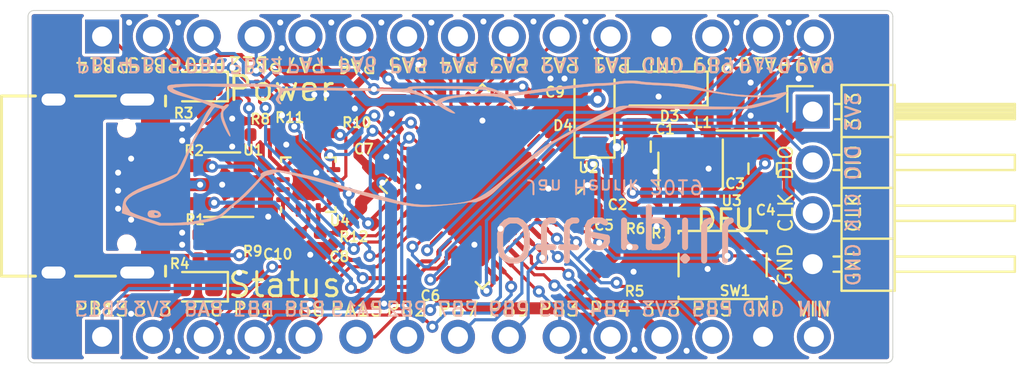
<source format=kicad_pcb>
(kicad_pcb (version 20171130) (host pcbnew 5.1.0)
  (layers (0 F.Cu signal) (31 B.Cu signal) (34 B.Paste user) (35 F.Paste user) (36 B.SilkS user) (37 F.SilkS user) (38 B.Mask user) (39 F.Mask user) (44 Edge.Cuts user))
  (net 0 "")
  (net 1 GND)
  (net 2 VBUS)
  (net 3 "Net-(C3-Pad2)")
  (net 4 "Net-(C3-Pad1)")
  (net 5 +3V3)
  (net 6 "Net-(D1-Pad1)")
  (net 7 "Net-(D2-Pad1)")
  (net 8 "Net-(J1-PadA8)")
  (net 9 "Net-(J1-PadB8)")
  (net 10 "Net-(R5-Pad1)")
  (net 11 "Net-(R6-Pad2)")
  (net 12 "Net-(U2-Pad7)")
  (net 13 "Net-(U2-Pad6)")
  (net 14 "Net-(U2-Pad5)")
  (net 15 "Net-(U2-Pad4)")
  (net 16 "Net-(U2-Pad3)")
  (net 17 "Net-(U3-Pad3)")
  (net 18 SWCLK)
  (net 19 SWDIO)
  (net 20 CC2)
  (net 21 CC1)
  (net 22 "Net-(R8-Pad2)")
  (net 23 "Net-(R9-Pad2)")
  (net 24 INT_N)
  (net 25 SDA)
  (net 26 SCL)
  (net 27 "Net-(U4-Pad13)")
  (net 28 "Net-(U4-Pad12)")
  (net 29 USB_P)
  (net 30 USB_N)
  (net 31 VIN)
  (net 32 315)
  (net 33 314)
  (net 34 313)
  (net 35 311)
  (net 36 310)
  (net 37 39)
  (net 38 38)
  (net 39 37)
  (net 40 36)
  (net 41 35)
  (net 42 33)
  (net 43 32)
  (net 44 31)
  (net 45 413)
  (net 46 411)
  (net 47 410)
  (net 48 49)
  (net 49 48)
  (net 50 47)
  (net 51 46)
  (net 52 45)
  (net 53 44)
  (net 54 43)
  (net 55 41)
  (net 56 312)
  (module otter:otter_laying_3411 (layer B.Cu) (at 41 26.9)
    (fp_text reference G*** hide)
    (fp_text value LOGO hide)
  )
  (module Diode_SMD:D_SOD-123 (layer F.Cu) (at 51.7 23.7 180)
    (fp_text reference D3 (at -0.35 -1.375 180) (layer F.SilkS) (effects (font (size 0.5 0.5) (thickness 0.1))))
    (fp_text value SS310)
    (pad 2 smd rect (at 1.65 0 180) (size 0.9 1.2) (layers F.Cu F.Paste F.Mask) (net 1 GND))
    (pad 1 smd rect (at -1.65 0 180) (size 0.9 1.2) (layers F.Cu F.Paste F.Mask) (net 3 "Net-(C3-Pad2)"))
  )
  (module Inductor_SMD:L_Taiyo-Yuden_MD-3030 (layer F.Cu) (at 55.9 24.2)
    (fp_text reference L1 (at -2.175 1.2) (layer F.SilkS) (effects (font (size 0.5 0.5) (thickness 0.1))))
    (fp_text value 4u7)
    (pad 2 smd rect (at 1.1 0) (size 0.8 2.7) (layers F.Cu F.Paste F.Mask) (net 5 +3V3))
    (pad 1 smd rect (at -1.1 0) (size 0.8 2.7) (layers F.Cu F.Paste F.Mask) (net 3 "Net-(C3-Pad2)"))
  )
  (module Connector_PinHeader_2.54mm:PinHeader_1x15_P2.54mm_Vertical (layer F.Cu) (at 23.7 21.1 90)
    (fp_text reference J3 hide)
    (fp_text value 1)
    (pad 15 thru_hole oval (at 0 35.56 90) (size 1.7 1.7) (drill 1) (layers *.Cu *.Mask) (net 32 315))
    (pad 14 thru_hole oval (at 0 33.02 90) (size 1.7 1.7) (drill 1) (layers *.Cu *.Mask) (net 33 314))
    (pad 13 thru_hole oval (at 0 30.48 90) (size 1.7 1.7) (drill 1) (layers *.Cu *.Mask) (net 34 313))
    (pad 12 thru_hole oval (at 0 27.94 90) (size 1.7 1.7) (drill 1) (layers *.Cu *.Mask) (net 1 GND))
    (pad 11 thru_hole oval (at 0 25.4 90) (size 1.7 1.7) (drill 1) (layers *.Cu *.Mask) (net 35 311))
    (pad 10 thru_hole oval (at 0 22.86 90) (size 1.7 1.7) (drill 1) (layers *.Cu *.Mask) (net 36 310))
    (pad 9 thru_hole oval (at 0 20.32 90) (size 1.7 1.7) (drill 1) (layers *.Cu *.Mask) (net 37 39))
    (pad 8 thru_hole oval (at 0 17.78 90) (size 1.7 1.7) (drill 1) (layers *.Cu *.Mask) (net 38 38))
    (pad 7 thru_hole oval (at 0 15.24 90) (size 1.7 1.7) (drill 1) (layers *.Cu *.Mask) (net 39 37))
    (pad 6 thru_hole oval (at 0 12.7 90) (size 1.7 1.7) (drill 1) (layers *.Cu *.Mask) (net 40 36))
    (pad 5 thru_hole oval (at 0 10.16 90) (size 1.7 1.7) (drill 1) (layers *.Cu *.Mask) (net 41 35))
    (pad 4 thru_hole oval (at 0 7.62 90) (size 1.7 1.7) (drill 1) (layers *.Cu *.Mask) (net 24 INT_N))
    (pad 3 thru_hole oval (at 0 5.08 90) (size 1.7 1.7) (drill 1) (layers *.Cu *.Mask) (net 42 33))
    (pad 2 thru_hole oval (at 0 2.54 90) (size 1.7 1.7) (drill 1) (layers *.Cu *.Mask) (net 43 32))
    (pad 1 thru_hole rect (at 0 0 90) (size 1.7 1.7) (drill 1) (layers *.Cu *.Mask) (net 44 31))
  )
  (module Connector_PinHeader_2.54mm:PinHeader_1x15_P2.54mm_Vertical (layer F.Cu) (at 23.7 36.1 90)
    (fp_text reference J4 hide)
    (fp_text value 2)
    (pad 15 thru_hole oval (at 0 35.56 90) (size 1.7 1.7) (drill 1) (layers *.Cu *.Mask) (net 31 VIN))
    (pad 14 thru_hole oval (at 0 33.02 90) (size 1.7 1.7) (drill 1) (layers *.Cu *.Mask) (net 1 GND))
    (pad 13 thru_hole oval (at 0 30.48 90) (size 1.7 1.7) (drill 1) (layers *.Cu *.Mask) (net 45 413))
    (pad 12 thru_hole oval (at 0 27.94 90) (size 1.7 1.7) (drill 1) (layers *.Cu *.Mask) (net 5 +3V3))
    (pad 11 thru_hole oval (at 0 25.4 90) (size 1.7 1.7) (drill 1) (layers *.Cu *.Mask) (net 46 411))
    (pad 10 thru_hole oval (at 0 22.86 90) (size 1.7 1.7) (drill 1) (layers *.Cu *.Mask) (net 47 410))
    (pad 9 thru_hole oval (at 0 20.32 90) (size 1.7 1.7) (drill 1) (layers *.Cu *.Mask) (net 48 49))
    (pad 8 thru_hole oval (at 0 17.78 90) (size 1.7 1.7) (drill 1) (layers *.Cu *.Mask) (net 49 48))
    (pad 7 thru_hole oval (at 0 15.24 90) (size 1.7 1.7) (drill 1) (layers *.Cu *.Mask) (net 50 47))
    (pad 6 thru_hole oval (at 0 12.7 90) (size 1.7 1.7) (drill 1) (layers *.Cu *.Mask) (net 51 46))
    (pad 5 thru_hole oval (at 0 10.16 90) (size 1.7 1.7) (drill 1) (layers *.Cu *.Mask) (net 52 45))
    (pad 4 thru_hole oval (at 0 7.62 90) (size 1.7 1.7) (drill 1) (layers *.Cu *.Mask) (net 53 44))
    (pad 3 thru_hole oval (at 0 5.08 90) (size 1.7 1.7) (drill 1) (layers *.Cu *.Mask) (net 54 43))
    (pad 2 thru_hole oval (at 0 2.54 90) (size 1.7 1.7) (drill 1) (layers *.Cu *.Mask) (net 5 +3V3))
    (pad 1 thru_hole rect (at 0 0 90) (size 1.7 1.7) (drill 1) (layers *.Cu *.Mask) (net 55 41))
  )
  (module Button_Switch_SMD:SW_SPST_PTS810 (layer F.Cu) (at 54.7 32.512 180)
    (fp_text reference SW1 (at -0.625 -1.288 180) (layer F.SilkS) (effects (font (size 0.5 0.5) (thickness 0.1))))
    (fp_text value SW_Push)
    (pad 2 smd rect (at 2.075 1.075 180) (size 1.05 0.65) (layers F.Cu F.Paste F.Mask) (net 5 +3V3))
    (pad 2 smd rect (at -2.075 1.075 180) (size 1.05 0.65) (layers F.Cu F.Paste F.Mask) (net 5 +3V3))
    (pad 1 smd rect (at 2.075 -1.075 180) (size 1.05 0.65) (layers F.Cu F.Paste F.Mask) (net 10 "Net-(R5-Pad1)"))
    (pad 1 smd rect (at -2.075 -1.075 180) (size 1.05 0.65) (layers F.Cu F.Paste F.Mask) (net 10 "Net-(R5-Pad1)"))
  )
  (module Diode_SMD:D_SOD-123 (layer F.Cu) (at 48.3 24.9 90)
    (fp_text reference D4 (at -0.65 -1.575 180) (layer F.SilkS) (effects (font (size 0.5 0.5) (thickness 0.1))))
    (fp_text value SS310)
    (pad 2 smd rect (at 1.65 0 90) (size 0.9 1.2) (layers F.Cu F.Paste F.Mask) (net 2 VBUS))
    (pad 1 smd rect (at -1.65 0 90) (size 0.9 1.2) (layers F.Cu F.Paste F.Mask) (net 31 VIN))
  )
  (module Capacitor_SMD:C_0402_1005Metric (layer F.Cu) (at 33.6 31.4 270)
    (fp_text reference C10 (at 0.575 1.125) (layer F.SilkS) (effects (font (size 0.5 0.5) (thickness 0.1))))
    (fp_text value 100n)
    (pad 2 smd roundrect (at 0.485 0 270) (size 0.59 0.64) (layers F.Cu F.Paste F.Mask) (net 1 GND))
    (pad 1 smd roundrect (at -0.485 0 270) (size 0.59 0.64) (layers F.Cu F.Paste F.Mask) (net 2 VBUS))
  )
  (module Capacitor_SMD:C_0402_1005Metric (layer F.Cu) (at 45.5 24.4 315)
    (fp_text reference C9 (at 0.213769 -0.956231) (layer F.SilkS) (effects (font (size 0.5 0.5) (thickness 0.1))))
    (fp_text value 100n)
    (pad 2 smd roundrect (at 0.485 0 315) (size 0.59 0.64) (layers F.Cu F.Paste F.Mask) (net 1 GND))
    (pad 1 smd roundrect (at -0.485 0 315) (size 0.59 0.64) (layers F.Cu F.Paste F.Mask) (net 5 +3V3))
  )
  (module Capacitor_SMD:C_0402_1005Metric (layer F.Cu) (at 34.6 31.4 270)
    (fp_text reference C8 (at 0.7 -0.95) (layer F.SilkS) (effects (font (size 0.5 0.5) (thickness 0.1))))
    (fp_text value 100n)
    (pad 2 smd roundrect (at 0.485 0 270) (size 0.59 0.64) (layers F.Cu F.Paste F.Mask) (net 1 GND))
    (pad 1 smd roundrect (at -0.485 0 270) (size 0.59 0.64) (layers F.Cu F.Paste F.Mask) (net 5 +3V3))
  )
  (module Capacitor_SMD:C_0402_1005Metric (layer F.Cu) (at 37.4 27.3 45)
    (fp_text reference C7 (at -0.035355 -0.848528 180) (layer F.SilkS) (effects (font (size 0.5 0.5) (thickness 0.1))))
    (fp_text value 100n)
    (pad 2 smd roundrect (at 0.485 0 45) (size 0.59 0.64) (layers F.Cu F.Paste F.Mask) (net 1 GND))
    (pad 1 smd roundrect (at -0.485 0 45) (size 0.59 0.64) (layers F.Cu F.Paste F.Mask) (net 5 +3V3))
  )
  (module Capacitor_SMD:C_0402_1005Metric (layer F.Cu) (at 41.342947 33.842947 135)
    (fp_text reference C6 (at 0.732488 -1.025305 180) (layer F.SilkS) (effects (font (size 0.5 0.5) (thickness 0.1))))
    (fp_text value 100n)
    (pad 2 smd roundrect (at 0.485 0 135) (size 0.59 0.64) (layers F.Cu F.Paste F.Mask) (net 1 GND))
    (pad 1 smd roundrect (at -0.485 0 135) (size 0.59 0.64) (layers F.Cu F.Paste F.Mask) (net 5 +3V3))
  )
  (module Capacitor_SMD:C_0402_1005Metric (layer F.Cu) (at 48 29.9 225)
    (fp_text reference C5 (at -0.106066 -0.989949) (layer F.SilkS) (effects (font (size 0.5 0.5) (thickness 0.1))))
    (fp_text value 100n)
    (pad 2 smd roundrect (at 0.485 0 225) (size 0.59 0.64) (layers F.Cu F.Paste F.Mask) (net 1 GND))
    (pad 1 smd roundrect (at -0.485 0 225) (size 0.59 0.64) (layers F.Cu F.Paste F.Mask) (net 5 +3V3))
  )
  (module Capacitor_SMD:C_0402_1005Metric (layer F.Cu) (at 55.3 27.2 90)
    (fp_text reference C3 (at -1.25 0.025 180) (layer F.SilkS) (effects (font (size 0.5 0.5) (thickness 0.1))))
    (fp_text value 100n)
    (pad 2 smd roundrect (at 0.485 0 90) (size 0.59 0.64) (layers F.Cu F.Paste F.Mask) (net 3 "Net-(C3-Pad2)"))
    (pad 1 smd roundrect (at -0.485 0 90) (size 0.59 0.64) (layers F.Cu F.Paste F.Mask) (net 4 "Net-(C3-Pad1)"))
  )
  (module Capacitor_SMD:C_0402_1005Metric (layer F.Cu) (at 49 28.2 270)
    (fp_text reference C2 (at 1.3 -0.45) (layer F.SilkS) (effects (font (size 0.5 0.5) (thickness 0.1))))
    (fp_text value 100n)
    (pad 2 smd roundrect (at 0.485 0 270) (size 0.59 0.64) (layers F.Cu F.Paste F.Mask) (net 1 GND))
    (pad 1 smd roundrect (at -0.485 0 270) (size 0.59 0.64) (layers F.Cu F.Paste F.Mask) (net 31 VIN))
  )
  (module Resistor_SMD:R_0402_1005Metric (layer F.Cu) (at 36.9 30.1 315)
    (fp_text reference R12 (at 0.265165 1.149049 180) (layer F.SilkS) (effects (font (size 0.5 0.5) (thickness 0.1))))
    (fp_text value 5k1)
    (pad 2 smd roundrect (at 0.485 0 315) (size 0.59 0.64) (layers F.Cu F.Paste F.Mask) (net 24 INT_N))
    (pad 1 smd roundrect (at -0.485 0 315) (size 0.59 0.64) (layers F.Cu F.Paste F.Mask) (net 5 +3V3))
  )
  (module Resistor_SMD:R_0402_1005Metric (layer F.Cu) (at 34.2 25.4 270)
    (fp_text reference R11 (at -0.25 1.125) (layer F.SilkS) (effects (font (size 0.5 0.5) (thickness 0.1))))
    (fp_text value 5k1)
    (pad 2 smd roundrect (at 0.485 0 270) (size 0.59 0.64) (layers F.Cu F.Paste F.Mask) (net 25 SDA))
    (pad 1 smd roundrect (at -0.485 0 270) (size 0.59 0.64) (layers F.Cu F.Paste F.Mask) (net 5 +3V3))
  )
  (module Resistor_SMD:R_0402_1005Metric (layer F.Cu) (at 35.2 25.399999 270)
    (fp_text reference R10 (at 0 -1.225) (layer F.SilkS) (effects (font (size 0.5 0.5) (thickness 0.1))))
    (fp_text value 5k1)
    (pad 2 smd roundrect (at 0.485 0 270) (size 0.59 0.64) (layers F.Cu F.Paste F.Mask) (net 26 SCL))
    (pad 1 smd roundrect (at -0.485 0 270) (size 0.59 0.64) (layers F.Cu F.Paste F.Mask) (net 5 +3V3))
  )
  (module Resistor_SMD:R_0402_1005Metric (layer F.Cu) (at 31.6 31)
    (fp_text reference R9 (at -0.375 0.825) (layer F.SilkS) (effects (font (size 0.5 0.5) (thickness 0.1))))
    (fp_text value DNP)
    (pad 2 smd roundrect (at 0.485 0) (size 0.59 0.64) (layers F.Cu F.Paste F.Mask) (net 23 "Net-(R9-Pad2)"))
    (pad 1 smd roundrect (at -0.485 0) (size 0.59 0.64) (layers F.Cu F.Paste F.Mask) (net 20 CC2))
  )
  (module Resistor_SMD:R_0402_1005Metric (layer F.Cu) (at 31.6 26)
    (fp_text reference R8 (at 0 -0.775) (layer F.SilkS) (effects (font (size 0.5 0.5) (thickness 0.1))))
    (fp_text value DNP)
    (pad 2 smd roundrect (at 0.485 0) (size 0.59 0.64) (layers F.Cu F.Paste F.Mask) (net 22 "Net-(R8-Pad2)"))
    (pad 1 smd roundrect (at -0.485 0) (size 0.59 0.64) (layers F.Cu F.Paste F.Mask) (net 21 CC1))
  )
  (module Resistor_SMD:R_0402_1005Metric (layer F.Cu) (at 52.6 30.1)
    (fp_text reference R7 (at -0.975 0.825) (layer F.SilkS) (effects (font (size 0.5 0.5) (thickness 0.1))))
    (fp_text value 5k1)
    (pad 2 smd roundrect (at 0.485 0) (size 0.59 0.64) (layers F.Cu F.Paste F.Mask) (net 1 GND))
    (pad 1 smd roundrect (at -0.485 0) (size 0.59 0.64) (layers F.Cu F.Paste F.Mask) (net 11 "Net-(R6-Pad2)"))
  )
  (module Resistor_SMD:R_0402_1005Metric (layer F.Cu) (at 50.9 29.4 270)
    (fp_text reference R6 (at 1.3 0.55) (layer F.SilkS) (effects (font (size 0.5 0.5) (thickness 0.1))))
    (fp_text value TBD)
    (pad 2 smd roundrect (at 0.485 0 270) (size 0.59 0.64) (layers F.Cu F.Paste F.Mask) (net 11 "Net-(R6-Pad2)"))
    (pad 1 smd roundrect (at -0.485 0 270) (size 0.59 0.64) (layers F.Cu F.Paste F.Mask) (net 5 +3V3))
  )
  (module Resistor_SMD:R_0402_1005Metric (layer F.Cu) (at 51.246 33.1 90)
    (fp_text reference R5 (at -0.725 -0.946 180) (layer F.SilkS) (effects (font (size 0.5 0.5) (thickness 0.1))))
    (fp_text value 5k1)
    (pad 2 smd roundrect (at 0.485 0 90) (size 0.59 0.64) (layers F.Cu F.Paste F.Mask) (net 1 GND))
    (pad 1 smd roundrect (at -0.485 0 90) (size 0.59 0.64) (layers F.Cu F.Paste F.Mask) (net 10 "Net-(R5-Pad1)"))
  )
  (module Resistor_SMD:R_0402_1005Metric (layer F.Cu) (at 29 32.2)
    (fp_text reference R4 (at -1.425 0.25) (layer F.SilkS) (effects (font (size 0.5 0.5) (thickness 0.1))))
    (fp_text value R)
    (pad 2 smd roundrect (at 0.485 0) (size 0.59 0.64) (layers F.Cu F.Paste F.Mask) (net 1 GND))
    (pad 1 smd roundrect (at -0.485 0) (size 0.59 0.64) (layers F.Cu F.Paste F.Mask) (net 7 "Net-(D2-Pad1)"))
  )
  (module Resistor_SMD:R_0402_1005Metric (layer F.Cu) (at 29.2 24.9)
    (fp_text reference R3 (at -1.425 0.025) (layer F.SilkS) (effects (font (size 0.5 0.5) (thickness 0.1))))
    (fp_text value R)
    (pad 2 smd roundrect (at 0.485 0) (size 0.59 0.64) (layers F.Cu F.Paste F.Mask) (net 1 GND))
    (pad 1 smd roundrect (at -0.485 0) (size 0.59 0.64) (layers F.Cu F.Paste F.Mask) (net 6 "Net-(D1-Pad1)"))
  )
  (module Resistor_SMD:R_0402_1005Metric (layer F.Cu) (at 29.2 26 180)
    (fp_text reference R2 (at 0.9 -0.8 180) (layer F.SilkS) (effects (font (size 0.5 0.5) (thickness 0.1))))
    (fp_text value 5k1)
    (pad 2 smd roundrect (at 0.485 0 180) (size 0.59 0.64) (layers F.Cu F.Paste F.Mask) (net 21 CC1))
    (pad 1 smd roundrect (at -0.485 0 180) (size 0.59 0.64) (layers F.Cu F.Paste F.Mask) (net 1 GND))
  )
  (module Resistor_SMD:R_0402_1005Metric (layer F.Cu) (at 29 31 180)
    (fp_text reference R1 (at 0.65 0.75 180) (layer F.SilkS) (effects (font (size 0.5 0.5) (thickness 0.1))))
    (fp_text value 5k1)
    (pad 2 smd roundrect (at 0.485 0 180) (size 0.59 0.64) (layers F.Cu F.Paste F.Mask) (net 20 CC2))
    (pad 1 smd roundrect (at -0.485 0 180) (size 0.59 0.64) (layers F.Cu F.Paste F.Mask) (net 1 GND))
  )
  (module Package_DFN_QFN:WQFN-14-1EP_2.5x2.5mm_P0.5mm_EP1.45x1.45mm (layer F.Cu) (at 34 28.5 90)
    (fp_text reference U4 (at -1.8 1.575 180) (layer F.SilkS) (effects (font (size 0.5 0.5) (thickness 0.1))))
    (fp_text value FUSB302BMPX)
    (pad 14 smd roundrect (at -0.75 -1.2625 90) (size 0.25 0.675) (layers F.Cu F.Paste F.Mask) (net 23 "Net-(R9-Pad2)"))
    (pad 13 smd roundrect (at -0.25 -1.2625 90) (size 0.25 0.675) (layers F.Cu F.Paste F.Mask) (net 27 "Net-(U4-Pad13)"))
    (pad 12 smd roundrect (at 0.25 -1.2625 90) (size 0.25 0.675) (layers F.Cu F.Paste F.Mask) (net 28 "Net-(U4-Pad12)"))
    (pad 11 smd roundrect (at 0.75 -1.2625 90) (size 0.25 0.675) (layers F.Cu F.Paste F.Mask) (net 22 "Net-(R8-Pad2)"))
    (pad 10 smd roundrect (at 1.2625 -0.5 90) (size 0.675 0.25) (layers F.Cu F.Paste F.Mask) (net 22 "Net-(R8-Pad2)"))
    (pad 9 smd roundrect (at 1.2625 0 90) (size 0.675 0.25) (layers F.Cu F.Paste F.Mask) (net 1 GND))
    (pad 8 smd roundrect (at 1.2625 0.5 90) (size 0.675 0.25) (layers F.Cu F.Paste F.Mask) (net 1 GND))
    (pad 7 smd roundrect (at 0.75 1.2625 90) (size 0.25 0.675) (layers F.Cu F.Paste F.Mask) (net 25 SDA))
    (pad 6 smd roundrect (at 0.25 1.2625 90) (size 0.25 0.675) (layers F.Cu F.Paste F.Mask) (net 26 SCL))
    (pad 5 smd roundrect (at -0.25 1.2625 90) (size 0.25 0.675) (layers F.Cu F.Paste F.Mask) (net 24 INT_N))
    (pad 4 smd roundrect (at -0.75 1.2625 90) (size 0.25 0.675) (layers F.Cu F.Paste F.Mask) (net 5 +3V3))
    (pad 3 smd roundrect (at -1.2625 0.5 90) (size 0.675 0.25) (layers F.Cu F.Paste F.Mask) (net 5 +3V3))
    (pad 2 smd roundrect (at -1.2625 0 90) (size 0.675 0.25) (layers F.Cu F.Paste F.Mask) (net 2 VBUS))
    (pad 1 smd roundrect (at -1.2625 -0.5 90) (size 0.675 0.25) (layers F.Cu F.Paste F.Mask) (net 23 "Net-(R9-Pad2)"))
    (pad 15 smd roundrect (at 0 0 90) (size 1.45 1.45) (layers F.Cu F.Mask) (roundrect_rratio 0.172414) (net 1 GND))
  )
  (module Connector_PinHeader_2.54mm:PinHeader_1x04_P2.54mm_Horizontal (layer F.Cu) (at 59.2 24.85)
    (fp_text reference J5 hide)
    (fp_text value SWD)
    (pad 4 thru_hole oval (at 0 7.62) (size 1.7 1.7) (drill 1) (layers *.Cu *.Mask) (net 1 GND))
    (pad 3 thru_hole oval (at 0 5.08) (size 1.7 1.7) (drill 1) (layers *.Cu *.Mask) (net 18 SWCLK))
    (pad 2 thru_hole oval (at 0 2.54) (size 1.7 1.7) (drill 1) (layers *.Cu *.Mask) (net 19 SWDIO))
    (pad 1 thru_hole rect (at 0 0) (size 1.7 1.7) (drill 1) (layers *.Cu *.Mask) (net 5 +3V3))
  )
  (module Package_TO_SOT_SMD:SOT-23-6 (layer F.Cu) (at 53.1 27.8 270)
    (fp_text reference U3 (at 1.5 -2.05) (layer F.SilkS) (effects (font (size 0.5 0.5) (thickness 0.1))))
    (fp_text value ACT4088)
    (pad 5 smd rect (at 1.1 0 270) (size 1.06 0.65) (layers F.Cu F.Paste F.Mask) (net 1 GND))
    (pad 6 smd rect (at 1.1 -0.95 270) (size 1.06 0.65) (layers F.Cu F.Paste F.Mask) (net 4 "Net-(C3-Pad1)"))
    (pad 4 smd rect (at 1.1 0.95 270) (size 1.06 0.65) (layers F.Cu F.Paste F.Mask) (net 11 "Net-(R6-Pad2)"))
    (pad 3 smd rect (at -1.1 0.95 270) (size 1.06 0.65) (layers F.Cu F.Paste F.Mask) (net 17 "Net-(U3-Pad3)"))
    (pad 2 smd rect (at -1.1 0 270) (size 1.06 0.65) (layers F.Cu F.Paste F.Mask) (net 31 VIN))
    (pad 1 smd rect (at -1.1 -0.95 270) (size 1.06 0.65) (layers F.Cu F.Paste F.Mask) (net 3 "Net-(C3-Pad2)"))
  )
  (module Package_DFN_QFN:QFN-48-1EP_7x7mm_P0.5mm_EP5.6x5.6mm (layer F.Cu) (at 42.7 28.589949 225)
    (fp_text reference U2 (at -4.41231 -3.083022) (layer F.SilkS) (effects (font (size 0.5 0.5) (thickness 0.1))))
    (fp_text value STM32F072CBUx)
    (pad 48 smd roundrect (at -2.75 -3.4375 225) (size 0.25 0.875) (layers F.Cu F.Paste F.Mask) (net 5 +3V3))
    (pad 47 smd roundrect (at -2.25 -3.4375 225) (size 0.25 0.875) (layers F.Cu F.Paste F.Mask) (net 1 GND))
    (pad 46 smd roundrect (at -1.75 -3.4375 225) (size 0.25 0.875) (layers F.Cu F.Paste F.Mask) (net 34 313))
    (pad 45 smd roundrect (at -1.25 -3.4375 225) (size 0.25 0.875) (layers F.Cu F.Paste F.Mask) (net 52 45))
    (pad 44 smd roundrect (at -0.75 -3.4375 225) (size 0.25 0.875) (layers F.Cu F.Paste F.Mask) (net 10 "Net-(R5-Pad1)"))
    (pad 43 smd roundrect (at -0.25 -3.4375 225) (size 0.25 0.875) (layers F.Cu F.Paste F.Mask) (net 49 48))
    (pad 42 smd roundrect (at 0.25 -3.4375 225) (size 0.25 0.875) (layers F.Cu F.Paste F.Mask) (net 48 49))
    (pad 41 smd roundrect (at 0.75 -3.4375 225) (size 0.25 0.875) (layers F.Cu F.Paste F.Mask) (net 45 413))
    (pad 40 smd roundrect (at 1.25 -3.4375 225) (size 0.25 0.875) (layers F.Cu F.Paste F.Mask) (net 46 411))
    (pad 39 smd roundrect (at 1.75 -3.4375 225) (size 0.25 0.875) (layers F.Cu F.Paste F.Mask) (net 47 410))
    (pad 38 smd roundrect (at 2.25 -3.4375 225) (size 0.25 0.875) (layers F.Cu F.Paste F.Mask) (net 51 46))
    (pad 37 smd roundrect (at 2.75 -3.4375 225) (size 0.25 0.875) (layers F.Cu F.Paste F.Mask) (net 18 SWCLK))
    (pad 36 smd roundrect (at 3.4375 -2.75 225) (size 0.875 0.25) (layers F.Cu F.Paste F.Mask) (net 5 +3V3))
    (pad 35 smd roundrect (at 3.4375 -2.25 225) (size 0.875 0.25) (layers F.Cu F.Paste F.Mask) (net 1 GND))
    (pad 34 smd roundrect (at 3.4375 -1.75 225) (size 0.875 0.25) (layers F.Cu F.Paste F.Mask) (net 19 SWDIO))
    (pad 33 smd roundrect (at 3.4375 -1.25 225) (size 0.875 0.25) (layers F.Cu F.Paste F.Mask) (net 29 USB_P))
    (pad 32 smd roundrect (at 3.4375 -0.75 225) (size 0.875 0.25) (layers F.Cu F.Paste F.Mask) (net 30 USB_N))
    (pad 31 smd roundrect (at 3.4375 -0.25 225) (size 0.875 0.25) (layers F.Cu F.Paste F.Mask) (net 33 314))
    (pad 30 smd roundrect (at 3.4375 0.25 225) (size 0.875 0.25) (layers F.Cu F.Paste F.Mask) (net 32 315))
    (pad 29 smd roundrect (at 3.4375 0.75 225) (size 0.875 0.25) (layers F.Cu F.Paste F.Mask) (net 54 43))
    (pad 28 smd roundrect (at 3.4375 1.25 225) (size 0.875 0.25) (layers F.Cu F.Paste F.Mask) (net 43 32))
    (pad 27 smd roundrect (at 3.4375 1.75 225) (size 0.875 0.25) (layers F.Cu F.Paste F.Mask) (net 44 31))
    (pad 26 smd roundrect (at 3.4375 2.25 225) (size 0.875 0.25) (layers F.Cu F.Paste F.Mask) (net 55 41))
    (pad 25 smd roundrect (at 3.4375 2.75 225) (size 0.875 0.25) (layers F.Cu F.Paste F.Mask) (net 24 INT_N))
    (pad 24 smd roundrect (at 2.75 3.4375 225) (size 0.25 0.875) (layers F.Cu F.Paste F.Mask) (net 5 +3V3))
    (pad 23 smd roundrect (at 2.25 3.4375 225) (size 0.25 0.875) (layers F.Cu F.Paste F.Mask) (net 1 GND))
    (pad 22 smd roundrect (at 1.75 3.4375 225) (size 0.25 0.875) (layers F.Cu F.Paste F.Mask) (net 25 SDA))
    (pad 21 smd roundrect (at 1.25 3.4375 225) (size 0.25 0.875) (layers F.Cu F.Paste F.Mask) (net 26 SCL))
    (pad 20 smd roundrect (at 0.75 3.4375 225) (size 0.25 0.875) (layers F.Cu F.Paste F.Mask) (net 50 47))
    (pad 19 smd roundrect (at 0.25 3.4375 225) (size 0.25 0.875) (layers F.Cu F.Paste F.Mask) (net 53 44))
    (pad 18 smd roundrect (at -0.25 3.4375 225) (size 0.25 0.875) (layers F.Cu F.Paste F.Mask) (net 42 33))
    (pad 17 smd roundrect (at -0.75 3.4375 225) (size 0.25 0.875) (layers F.Cu F.Paste F.Mask) (net 41 35))
    (pad 16 smd roundrect (at -1.25 3.4375 225) (size 0.25 0.875) (layers F.Cu F.Paste F.Mask) (net 40 36))
    (pad 15 smd roundrect (at -1.75 3.4375 225) (size 0.25 0.875) (layers F.Cu F.Paste F.Mask) (net 39 37))
    (pad 14 smd roundrect (at -2.25 3.4375 225) (size 0.25 0.875) (layers F.Cu F.Paste F.Mask) (net 38 38))
    (pad 13 smd roundrect (at -2.75 3.4375 225) (size 0.25 0.875) (layers F.Cu F.Paste F.Mask) (net 37 39))
    (pad 12 smd roundrect (at -3.4375 2.75 225) (size 0.875 0.25) (layers F.Cu F.Paste F.Mask) (net 36 310))
    (pad 11 smd roundrect (at -3.4375 2.25 225) (size 0.875 0.25) (layers F.Cu F.Paste F.Mask) (net 35 311))
    (pad 10 smd roundrect (at -3.4375 1.75 225) (size 0.875 0.25) (layers F.Cu F.Paste F.Mask) (net 56 312))
    (pad 9 smd roundrect (at -3.4375 1.25 225) (size 0.875 0.25) (layers F.Cu F.Paste F.Mask) (net 5 +3V3))
    (pad 8 smd roundrect (at -3.4375 0.75 225) (size 0.875 0.25) (layers F.Cu F.Paste F.Mask) (net 1 GND))
    (pad 7 smd roundrect (at -3.4375 0.25 225) (size 0.875 0.25) (layers F.Cu F.Paste F.Mask) (net 12 "Net-(U2-Pad7)"))
    (pad 6 smd roundrect (at -3.4375 -0.25 225) (size 0.875 0.25) (layers F.Cu F.Paste F.Mask) (net 13 "Net-(U2-Pad6)"))
    (pad 5 smd roundrect (at -3.4375 -0.75 225) (size 0.875 0.25) (layers F.Cu F.Paste F.Mask) (net 14 "Net-(U2-Pad5)"))
    (pad 4 smd roundrect (at -3.4375 -1.25 225) (size 0.875 0.25) (layers F.Cu F.Paste F.Mask) (net 15 "Net-(U2-Pad4)"))
    (pad 3 smd roundrect (at -3.4375 -1.75 225) (size 0.875 0.25) (layers F.Cu F.Paste F.Mask) (net 16 "Net-(U2-Pad3)"))
    (pad 2 smd roundrect (at -3.4375 -2.25 225) (size 0.875 0.25) (layers F.Cu F.Paste F.Mask) (net 10 "Net-(R5-Pad1)"))
    (pad 1 smd roundrect (at -3.4375 -2.75 225) (size 0.875 0.25) (layers F.Cu F.Paste F.Mask) (net 5 +3V3))
    (pad 49 smd roundrect (at 0 0 225) (size 5.6 5.6) (layers F.Cu F.Mask) (roundrect_rratio 0.044643) (net 1 GND))
  )
  (module Package_TO_SOT_SMD:SOT-23-6 (layer F.Cu) (at 29.7 28.5 180)
    (fp_text reference U1 (at -1.55 1.725 180) (layer F.SilkS) (effects (font (size 0.5 0.5) (thickness 0.1))))
    (fp_text value USBLC6-4)
    (pad 5 smd rect (at 1.1 0 180) (size 1.06 0.65) (layers F.Cu F.Paste F.Mask) (net 2 VBUS))
    (pad 6 smd rect (at 1.1 -0.95 180) (size 1.06 0.65) (layers F.Cu F.Paste F.Mask) (net 29 USB_P))
    (pad 4 smd rect (at 1.1 0.95 180) (size 1.06 0.65) (layers F.Cu F.Paste F.Mask) (net 30 USB_N))
    (pad 3 smd rect (at -1.1 0.95 180) (size 1.06 0.65) (layers F.Cu F.Paste F.Mask) (net 21 CC1))
    (pad 2 smd rect (at -1.1 0 180) (size 1.06 0.65) (layers F.Cu F.Paste F.Mask) (net 1 GND))
    (pad 1 smd rect (at -1.1 -0.95 180) (size 1.06 0.65) (layers F.Cu F.Paste F.Mask) (net 20 CC2))
  )
  (module "otter:USB-C 16Pin" (layer F.Cu) (at 26.369999 28.57 270)
    (fp_text reference J1 hide)
    (fp_text value USB-c)
    (pad S1 thru_hole oval (at -4.32 0.915 270) (size 1 2.1) (drill oval 0.6 1.7) (layers *.Cu *.Mask) (net 1 GND))
    (pad S1 thru_hole oval (at 4.32 0.915 270) (size 1 2.1) (drill oval 0.6 1.7) (layers *.Cu *.Mask) (net 1 GND))
    (pad S1 thru_hole oval (at -4.32 5.095 270) (size 1 1.6) (drill oval 0.6 1.2) (layers *.Cu *.Mask) (net 1 GND))
    (pad S1 thru_hole oval (at 4.32 5.095 270) (size 1 1.6) (drill oval 0.6 1.2) (layers *.Cu *.Mask) (net 1 GND))
    (pad "" np_thru_hole circle (at 2.89 1.445 270) (size 0.65 0.65) (drill 0.65) (layers *.Cu *.Mask))
    (pad "" np_thru_hole circle (at -2.89 1.445 270) (size 0.65 0.65) (drill 0.65) (layers *.Cu *.Mask))
    (pad B1 smd rect (at 3.2 0 270) (size 0.6 1.45) (layers F.Cu F.Paste F.Mask) (net 1 GND))
    (pad B4 smd rect (at 2.4 0 270) (size 0.6 1.45) (layers F.Cu F.Paste F.Mask) (net 2 VBUS))
    (pad B5 smd rect (at 1.75 0 270) (size 0.3 1.45) (layers F.Cu F.Paste F.Mask) (net 20 CC2))
    (pad A8 smd rect (at 1.25 0 270) (size 0.3 1.45) (layers F.Cu F.Paste F.Mask) (net 8 "Net-(J1-PadA8)"))
    (pad B6 smd rect (at 0.75 0 270) (size 0.3 1.45) (layers F.Cu F.Paste F.Mask) (net 29 USB_P))
    (pad A7 smd rect (at 0.25 0 270) (size 0.3 1.45) (layers F.Cu F.Paste F.Mask) (net 30 USB_N))
    (pad A6 smd rect (at -0.25 0 270) (size 0.3 1.45) (layers F.Cu F.Paste F.Mask) (net 29 USB_P))
    (pad B7 smd rect (at -0.75 0 270) (size 0.3 1.45) (layers F.Cu F.Paste F.Mask) (net 30 USB_N))
    (pad A5 smd rect (at -1.25 0 270) (size 0.3 1.45) (layers F.Cu F.Paste F.Mask) (net 21 CC1))
    (pad B8 smd rect (at -1.75 0 270) (size 0.3 1.45) (layers F.Cu F.Paste F.Mask) (net 9 "Net-(J1-PadB8)"))
    (pad A4 smd rect (at -2.4 0 270) (size 0.6 1.45) (layers F.Cu F.Paste F.Mask) (net 2 VBUS))
    (pad A1 smd rect (at -3.2 0 270) (size 0.6 1.45) (layers F.Cu F.Paste F.Mask) (net 1 GND))
  )
  (module LED_SMD:LED_0603_1608Metric (layer F.Cu) (at 28.5 33.6 180)
    (fp_text reference D2 hide)
    (fp_text value LED)
    (pad 2 smd roundrect (at 0.7875 0 180) (size 0.875 0.95) (layers F.Cu F.Paste F.Mask) (net 55 41))
    (pad 1 smd roundrect (at -0.7875 0 180) (size 0.875 0.95) (layers F.Cu F.Paste F.Mask) (net 7 "Net-(D2-Pad1)"))
  )
  (module LED_SMD:LED_0603_1608Metric (layer F.Cu) (at 28.5 23.6 180)
    (fp_text reference D1 hide)
    (fp_text value LED)
    (pad 2 smd roundrect (at 0.7875 0 180) (size 0.875 0.95) (layers F.Cu F.Paste F.Mask) (net 5 +3V3))
    (pad 1 smd roundrect (at -0.7875 0 180) (size 0.875 0.95) (layers F.Cu F.Paste F.Mask) (net 6 "Net-(D1-Pad1)"))
  )
  (module Capacitor_SMD:C_0805_2012Metric (layer F.Cu) (at 56.7 27.7 270)
    (fp_text reference C4 (at 2.075 -0.15) (layer F.SilkS) (effects (font (size 0.5 0.5) (thickness 0.1))))
    (fp_text value 10u)
    (pad 2 smd roundrect (at 0.9375 0 270) (size 0.975 1.4) (layers F.Cu F.Paste F.Mask) (net 1 GND))
    (pad 1 smd roundrect (at -0.9375 0 270) (size 0.975 1.4) (layers F.Cu F.Paste F.Mask) (net 5 +3V3))
  )
  (module Capacitor_SMD:C_0805_2012Metric (layer F.Cu) (at 50.4 26.6 270)
    (fp_text reference C1 (at -0.875 -1.425) (layer F.SilkS) (effects (font (size 0.5 0.5) (thickness 0.1))))
    (fp_text value 10u)
    (pad 2 smd roundrect (at 0.9375 0 270) (size 0.975 1.4) (layers F.Cu F.Paste F.Mask) (net 1 GND))
    (pad 1 smd roundrect (at -0.9375 0 270) (size 0.975 1.4) (layers F.Cu F.Paste F.Mask) (net 31 VIN))
  )
  (gr_text "Jan Henrik 2019" (at 49.3 28.6 180) (layer B.SilkS) (effects (font (size 0.7 0.7) (thickness 0.1)) (justify mirror)))
  (gr_text "Otterpill\n" (at 49.3 31.2 180) (layer B.SilkS) (effects (font (size 2 2) (thickness 0.3)) (justify mirror)))
  (gr_text 3V3 (at 61.2 24.85 90) (layer B.SilkS) (effects (font (size 0.7 0.7) (thickness 0.1)) (justify mirror)))
  (gr_text DIO (at 61.2 27.4 90) (layer B.SilkS) (effects (font (size 0.7 0.7) (thickness 0.1)) (justify mirror)))
  (gr_text CLK (at 61.2 29.9 90) (layer B.SilkS) (effects (font (size 0.7 0.7) (thickness 0.1)) (justify mirror)))
  (gr_text GND (at 61.225 32.5 90) (layer B.SilkS) (effects (font (size 0.7 0.7) (thickness 0.1)) (justify mirror)))
  (gr_text GND (at 51.725 22.5 180) (layer B.SilkS) (effects (font (size 0.7 0.7) (thickness 0.1)) (justify mirror)))
  (gr_text PB0 (at 28.875 22.5 180) (layer B.SilkS) (effects (font (size 0.7 0.7) (thickness 0.1)) (justify mirror)))
  (gr_text PB9 (at 54.275 22.5 180) (layer B.SilkS) (effects (font (size 0.7 0.7) (thickness 0.1)) (justify mirror)))
  (gr_text PB12 (at 31.4 22.55 180) (layer B.SilkS) (effects (font (size 0.7 0.7) (thickness 0.1)) (justify mirror)))
  (gr_text PA6 (at 36.475 22.45 180) (layer B.SilkS) (effects (font (size 0.7 0.7) (thickness 0.1)) (justify mirror)))
  (gr_text PA10 (at 56.825 22.5 180) (layer B.SilkS) (effects (font (size 0.7 0.7) (thickness 0.1)) (justify mirror)))
  (gr_text PA1 (at 49.2 22.5 180) (layer B.SilkS) (effects (font (size 0.7 0.7) (thickness 0.1)) (justify mirror)))
  (gr_text PA5 (at 39.025 22.5 180) (layer B.SilkS) (effects (font (size 0.7 0.7) (thickness 0.1)) (justify mirror)))
  (gr_text PB14 (at 23.775 22.5 180) (layer B.SilkS) (effects (font (size 0.7 0.7) (thickness 0.1)) (justify mirror)))
  (gr_text PA3 (at 44.075 22.5 180) (layer B.SilkS) (effects (font (size 0.7 0.7) (thickness 0.1)) (justify mirror)))
  (gr_text PA9 (at 59.325 22.5 180) (layer B.SilkS) (effects (font (size 0.7 0.7) (thickness 0.1)) (justify mirror)))
  (gr_text PB15 (at 26.325 22.5 180) (layer B.SilkS) (effects (font (size 0.7 0.7) (thickness 0.1)) (justify mirror)))
  (gr_text PA4 (at 41.55 22.5 180) (layer B.SilkS) (effects (font (size 0.7 0.7) (thickness 0.1)) (justify mirror)))
  (gr_text PA7 (at 33.9 22.5 180) (layer B.SilkS) (effects (font (size 0.7 0.7) (thickness 0.1)) (justify mirror)))
  (gr_text PA2 (at 46.6 22.5 180) (layer B.SilkS) (effects (font (size 0.7 0.7) (thickness 0.1)) (justify mirror)))
  (gr_text PB7 (at 41.475 34.725) (layer B.SilkS) (effects (font (size 0.7 0.7) (thickness 0.1)) (justify mirror)))
  (gr_text GND (at 56.725 34.725) (layer B.SilkS) (effects (font (size 0.7 0.7) (thickness 0.1)) (justify mirror)))
  (gr_text PB1 (at 31.275 34.725) (layer B.SilkS) (effects (font (size 0.7 0.7) (thickness 0.1)) (justify mirror)))
  (gr_text PA8 (at 28.775 34.725) (layer B.SilkS) (effects (font (size 0.7 0.7) (thickness 0.1)) (justify mirror)))
  (gr_text PB3 (at 46.525 34.725) (layer B.SilkS) (effects (font (size 0.7 0.7) (thickness 0.1)) (justify mirror)))
  (gr_text 3V3 (at 51.625 34.725) (layer B.SilkS) (effects (font (size 0.7 0.7) (thickness 0.1)) (justify mirror)))
  (gr_text PB5 (at 54.175 34.725) (layer B.SilkS) (effects (font (size 0.7 0.7) (thickness 0.1)) (justify mirror)))
  (gr_text PB4 (at 49.075 34.725) (layer B.SilkS) (effects (font (size 0.7 0.7) (thickness 0.1)) (justify mirror)))
  (gr_text PA15 (at 36.425 34.725) (layer B.SilkS) (effects (font (size 0.7 0.7) (thickness 0.1)) (justify mirror)))
  (gr_text PB2 (at 38.925 34.725) (layer B.SilkS) (effects (font (size 0.7 0.7) (thickness 0.1)) (justify mirror)))
  (gr_text VIN (at 59.275 34.725) (layer B.SilkS) (effects (font (size 0.7 0.7) (thickness 0.1)) (justify mirror)))
  (gr_text PB8 (at 33.825 34.725) (layer B.SilkS) (effects (font (size 0.7 0.7) (thickness 0.1)) (justify mirror)))
  (gr_text PB9 (at 44.025 34.725) (layer B.SilkS) (effects (font (size 0.7 0.7) (thickness 0.1)) (justify mirror)))
  (gr_text PB13 (at 23.675 34.725) (layer B.SilkS) (effects (font (size 0.7 0.7) (thickness 0.1)) (justify mirror)))
  (gr_text 3V3 (at 26.225 34.725) (layer B.SilkS) (effects (font (size 0.7 0.7) (thickness 0.1)) (justify mirror)))
  (gr_text PB0 (at 28.825 22.5 180) (layer F.SilkS) (effects (font (size 0.7 0.7) (thickness 0.1))))
  (gr_text PB14 (at 23.725 22.5 180) (layer F.SilkS) (effects (font (size 0.7 0.7) (thickness 0.1))))
  (gr_text PB15 (at 26.275 22.5 180) (layer F.SilkS) (effects (font (size 0.7 0.7) (thickness 0.1))))
  (gr_text PB12 (at 31.35 22.45 180) (layer F.SilkS) (effects (font (size 0.7 0.7) (thickness 0.1))))
  (gr_text PA7 (at 33.85 22.5 180) (layer F.SilkS) (effects (font (size 0.7 0.7) (thickness 0.1))))
  (gr_text PA6 (at 36.425 22.55 180) (layer F.SilkS) (effects (font (size 0.7 0.7) (thickness 0.1))))
  (gr_text PA5 (at 38.975 22.5 180) (layer F.SilkS) (effects (font (size 0.7 0.7) (thickness 0.1))))
  (gr_text PA4 (at 41.5 22.5 180) (layer F.SilkS) (effects (font (size 0.7 0.7) (thickness 0.1))))
  (gr_text PA3 (at 44.025 22.5 180) (layer F.SilkS) (effects (font (size 0.7 0.7) (thickness 0.1))))
  (gr_text PA2 (at 46.55 22.5 180) (layer F.SilkS) (effects (font (size 0.7 0.7) (thickness 0.1))))
  (gr_text PA1 (at 49.15 22.5 180) (layer F.SilkS) (effects (font (size 0.7 0.7) (thickness 0.1))))
  (gr_text GND (at 51.675 22.5 180) (layer F.SilkS) (effects (font (size 0.7 0.7) (thickness 0.1))))
  (gr_text PB9 (at 54.225 22.5 180) (layer F.SilkS) (effects (font (size 0.7 0.7) (thickness 0.1))))
  (gr_text PA10 (at 56.775 22.5 180) (layer F.SilkS) (effects (font (size 0.7 0.7) (thickness 0.1))))
  (gr_text PA9 (at 59.275 22.5 180) (layer F.SilkS) (effects (font (size 0.7 0.7) (thickness 0.1))))
  (gr_text VIN (at 59.275 34.725) (layer F.SilkS) (effects (font (size 0.7 0.7) (thickness 0.1))))
  (gr_text GND (at 56.725 34.725) (layer F.SilkS) (effects (font (size 0.7 0.7) (thickness 0.1))))
  (gr_text PB5 (at 54.175 34.725) (layer F.SilkS) (effects (font (size 0.7 0.7) (thickness 0.1))))
  (gr_text 3V3 (at 51.625 34.725) (layer F.SilkS) (effects (font (size 0.7 0.7) (thickness 0.1))))
  (gr_text PB4 (at 49.075 34.725) (layer F.SilkS) (effects (font (size 0.7 0.7) (thickness 0.1))))
  (gr_text PB3 (at 46.525 34.725) (layer F.SilkS) (effects (font (size 0.7 0.7) (thickness 0.1))))
  (gr_text PB9 (at 44.025 34.725) (layer F.SilkS) (effects (font (size 0.7 0.7) (thickness 0.1))))
  (gr_text PB7 (at 41.475 34.725) (layer F.SilkS) (effects (font (size 0.7 0.7) (thickness 0.1))))
  (gr_text PB2 (at 38.925 34.725) (layer F.SilkS) (effects (font (size 0.7 0.7) (thickness 0.1))))
  (gr_text PA15 (at 36.425 34.725) (layer F.SilkS) (effects (font (size 0.7 0.7) (thickness 0.1))))
  (gr_text PB8 (at 33.825 34.725) (layer F.SilkS) (effects (font (size 0.7 0.7) (thickness 0.1))))
  (gr_text PB1 (at 31.275 34.725) (layer F.SilkS) (effects (font (size 0.7 0.7) (thickness 0.1))))
  (gr_text PA8 (at 28.775 34.725) (layer F.SilkS) (effects (font (size 0.7 0.7) (thickness 0.1))))
  (gr_text PB13 (at 23.675 34.725) (layer F.SilkS) (effects (font (size 0.7 0.7) (thickness 0.1))))
  (gr_text 3V3 (at 26.225 34.725) (layer F.SilkS) (effects (font (size 0.7 0.7) (thickness 0.1))))
  (gr_text DIO (at 57.85 27.4 90) (layer F.SilkS) (effects (font (size 0.7 0.7) (thickness 0.1))))
  (gr_text CLK (at 57.85 29.9 90) (layer F.SilkS) (effects (font (size 0.7 0.7) (thickness 0.1))))
  (gr_text GND (at 57.825 32.5 90) (layer F.SilkS) (effects (font (size 0.7 0.7) (thickness 0.1))))
  (gr_text CLK (at 61.25 29.9 90) (layer F.SilkS) (effects (font (size 0.7 0.7) (thickness 0.1))))
  (gr_text DIO (at 61.25 27.4 90) (layer F.SilkS) (effects (font (size 0.7 0.7) (thickness 0.1))))
  (gr_text GND (at 61.225 32.5 90) (layer F.SilkS) (effects (font (size 0.7 0.7) (thickness 0.1))))
  (gr_text 3V3 (at 61.25 24.85 90) (layer F.SilkS) (effects (font (size 0.7 0.7) (thickness 0.1))))
  (gr_text DFU (at 54.85 30.25) (layer F.SilkS) (effects (font (size 1 1))))
  (gr_text Status (at 29.9 33.5) (layer F.SilkS) (effects (font (size 1.2 1.2)) (justify left)))
  (gr_text Power (at 29.9 23.7) (layer F.SilkS) (effects (font (size 1.2 1.2)) (justify left)))
  (gr_arc (start 62.9 37.1) (end 62.9 37.4) (angle -90) (layer Edge.Cuts) (width 0.05))
  (gr_arc (start 62.9 20.1) (end 63.2 20.1) (angle -90) (layer Edge.Cuts) (width 0.05))
  (gr_arc (start 20.3 20.1) (end 20.3 19.8) (angle -90) (layer Edge.Cuts) (width 0.05))
  (gr_arc (start 20.3 37.1) (end 20 37.1) (angle -90) (layer Edge.Cuts) (width 0.05))
  (gr_line (start 20 37.1) (end 20 20.1) (layer Edge.Cuts) (width 0.05))
  (gr_line (start 62.9 37.4) (end 20.3 37.4) (layer Edge.Cuts) (width 0.05))
  (gr_line (start 63.2 20.1) (end 63.2 37.1) (layer Edge.Cuts) (width 0.05))
  (gr_line (start 20.3 19.8) (end 62.9 19.8) (layer Edge.Cuts) (width 0.05))
  (via (at 50.3 36.75) (size 0.6) (drill 0.3) (layers F.Cu B.Cu) (net 1))
  (via (at 52.9 36.8) (size 0.6) (drill 0.3) (layers F.Cu B.Cu) (net 1))
  (via (at 43.6 30.7) (size 0.6) (drill 0.3) (layers F.Cu B.Cu) (net 1))
  (via (at 42.3 31.5) (size 0.6) (drill 0.3) (layers F.Cu B.Cu) (net 1))
  (via (at 34.1 32) (size 0.6) (drill 0.3) (layers F.Cu B.Cu) (net 1))
  (via (at 37.9 27.1) (size 0.6) (drill 0.3) (layers F.Cu B.Cu) (net 1))
  (via (at 46 28.7) (size 0.6) (drill 0.3) (layers F.Cu B.Cu) (net 1))
  (via (at 39.5 28.6) (size 0.6) (drill 0.3) (layers F.Cu B.Cu) (net 1))
  (via (at 42.7 25.3) (size 0.6) (drill 0.3) (layers F.Cu B.Cu) (net 1))
  (segment (start 34 27.2375) (end 34 28.5) (width 0.2) (layer F.Cu) (net 1))
  (segment (start 34.5 28) (end 34 28.5) (width 0.2) (layer F.Cu) (net 1))
  (segment (start 34.5 27.2375) (end 34.5 28) (width 0.2) (layer F.Cu) (net 1))
  (segment (start 25.454999 32.685) (end 26.369999 31.77) (width 0.4) (layer F.Cu) (net 1))
  (segment (start 25.454999 32.89) (end 25.454999 32.685) (width 0.4) (layer F.Cu) (net 1))
  (segment (start 26.369999 25.165) (end 25.454999 24.25) (width 0.4) (layer F.Cu) (net 1))
  (segment (start 26.369999 25.37) (end 26.369999 25.165) (width 0.4) (layer F.Cu) (net 1))
  (segment (start 47.557053 30.265021) (end 46.72167 29.429638) (width 0.2) (layer F.Cu) (net 1))
  (segment (start 47.557053 30.342947) (end 47.557053 30.265021) (width 0.2) (layer F.Cu) (net 1))
  (segment (start 45.881981 28.589949) (end 42.7 28.589949) (width 0.2) (layer F.Cu) (net 1))
  (segment (start 46.72167 29.429638) (end 45.881981 28.589949) (width 0.2) (layer F.Cu) (net 1))
  (segment (start 42.7 31.77193) (end 42.7 28.589949) (width 0.2) (layer F.Cu) (net 1))
  (segment (start 41.860311 32.611619) (end 42.7 31.77193) (width 0.2) (layer F.Cu) (net 1))
  (segment (start 41.114877 33.357053) (end 41.860311 32.611619) (width 0.2) (layer F.Cu) (net 1))
  (segment (start 40.857053 33.357053) (end 41.114877 33.357053) (width 0.2) (layer F.Cu) (net 1))
  (segment (start 37.885123 26.957053) (end 38.67833 27.75026) (width 0.2) (layer F.Cu) (net 1))
  (segment (start 37.742947 26.957053) (end 37.885123 26.957053) (width 0.2) (layer F.Cu) (net 1))
  (segment (start 39.518019 28.589949) (end 42.7 28.589949) (width 0.2) (layer F.Cu) (net 1))
  (segment (start 38.67833 27.75026) (end 39.518019 28.589949) (width 0.2) (layer F.Cu) (net 1))
  (segment (start 45.486341 24.742947) (end 45.842947 24.742947) (width 0.2) (layer F.Cu) (net 1))
  (segment (start 44.600349 25.628939) (end 45.486341 24.742947) (width 0.2) (layer F.Cu) (net 1))
  (segment (start 42.7 27.529288) (end 42.7 28.589949) (width 0.2) (layer F.Cu) (net 1))
  (segment (start 44.600349 25.628939) (end 42.7 27.529288) (width 0.2) (layer F.Cu) (net 1))
  (via (at 29.7 28.5) (size 0.6) (drill 0.3) (layers F.Cu B.Cu) (net 1))
  (via (at 30.2 26.6) (size 0.6) (drill 0.3) (layers F.Cu B.Cu) (net 1))
  (via (at 34.4 27.9) (size 0.6) (drill 0.3) (layers F.Cu B.Cu) (net 1))
  (via (at 46.1 23.2) (size 0.6) (drill 0.3) (layers F.Cu B.Cu) (net 1))
  (via (at 46.8 23.2) (size 0.6) (drill 0.3) (layers F.Cu B.Cu) (net 1))
  (via (at 30.55 32.9) (size 0.6) (drill 0.3) (layers F.Cu B.Cu) (net 1))
  (via (at 25.15 34.95) (size 0.6) (drill 0.3) (layers F.Cu B.Cu) (net 1))
  (via (at 50.25 32.85) (size 0.6) (drill 0.3) (layers F.Cu B.Cu) (net 1))
  (via (at 51.35 27.85) (size 0.6) (drill 0.3) (layers F.Cu B.Cu) (net 1))
  (via (at 54 27.7) (size 0.6) (drill 0.3) (layers F.Cu B.Cu) (net 1))
  (via (at 32 30.1) (size 0.6) (drill 0.3) (layers F.Cu B.Cu) (net 1))
  (via (at 32.690779 25.039857) (size 0.6) (drill 0.3) (layers F.Cu B.Cu) (net 1))
  (via (at 32.677831 21.685988) (size 0.6) (drill 0.3) (layers F.Cu B.Cu) (net 1))
  (via (at 47.8 36.8) (size 0.6) (drill 0.3) (layers F.Cu B.Cu) (net 1))
  (via (at 27.5 36.8) (size 0.6) (drill 0.3) (layers F.Cu B.Cu) (net 1))
  (via (at 30.05 36.85) (size 0.6) (drill 0.3) (layers F.Cu B.Cu) (net 1))
  (via (at 32.55 36.8) (size 0.6) (drill 0.3) (layers F.Cu B.Cu) (net 1))
  (via (at 25.05 20.4) (size 0.6) (drill 0.3) (layers F.Cu B.Cu) (net 1))
  (via (at 27.5 20.4) (size 0.6) (drill 0.3) (layers F.Cu B.Cu) (net 1))
  (via (at 35.15 20.4) (size 0.6) (drill 0.3) (layers F.Cu B.Cu) (net 1))
  (via (at 37.65 20.4) (size 0.6) (drill 0.3) (layers F.Cu B.Cu) (net 1))
  (via (at 45.25 20.35) (size 0.6) (drill 0.3) (layers F.Cu B.Cu) (net 1))
  (via (at 42.75 20.35) (size 0.6) (drill 0.3) (layers F.Cu B.Cu) (net 1))
  (via (at 47.85 20.35) (size 0.6) (drill 0.3) (layers F.Cu B.Cu) (net 1))
  (via (at 34.9 24) (size 0.6) (drill 0.3) (layers F.Cu B.Cu) (net 1))
  (via (at 40.15 20.4) (size 0.6) (drill 0.3) (layers F.Cu B.Cu) (net 1))
  (segment (start 24.9425 32.89) (end 25.454999 32.89) (width 0.157) (layer F.Cu) (net 1))
  (via (at 30.2 25.2) (size 0.6) (drill 0.3) (layers F.Cu B.Cu) (net 1))
  (via (at 32.9 26.5) (size 0.6) (drill 0.3) (layers F.Cu B.Cu) (net 1))
  (via (at 32.6 20.4) (size 0.6) (drill 0.3) (layers F.Cu B.Cu) (net 1))
  (via (at 34.3 24) (size 0.6) (drill 0.3) (layers F.Cu B.Cu) (net 1))
  (via (at 51.5 24.1) (size 0.6) (drill 0.3) (layers F.Cu B.Cu) (net 1))
  (via (at 56.1 25.05) (size 0.6) (drill 0.3) (layers F.Cu B.Cu) (net 1))
  (via (at 56.1 23.4) (size 0.6) (drill 0.3) (layers F.Cu B.Cu) (net 1))
  (via (at 58.5 23.2) (size 0.6) (drill 0.3) (layers F.Cu B.Cu) (net 1))
  (via (at 58 20.4) (size 0.6) (drill 0.3) (layers F.Cu B.Cu) (net 1))
  (via (at 55.4 20.4) (size 0.6) (drill 0.3) (layers F.Cu B.Cu) (net 1))
  (via (at 39.5 22.5) (size 0.6) (drill 0.3) (layers F.Cu B.Cu) (net 1))
  (via (at 38.175 24.95) (size 0.6) (drill 0.3) (layers F.Cu B.Cu) (net 1))
  (via (at 36.325 24.7) (size 0.6) (drill 0.3) (layers F.Cu B.Cu) (net 1))
  (via (at 51.4 30.575) (size 0.6) (drill 0.3) (layers F.Cu B.Cu) (net 1))
  (via (at 53.95 32.71051) (size 0.6) (drill 0.3) (layers F.Cu B.Cu) (net 1))
  (via (at 50.049521 31.61449) (size 0.6) (drill 0.3) (layers F.Cu B.Cu) (net 1))
  (via (at 47.95 28.525) (size 0.6) (drill 0.3) (layers F.Cu B.Cu) (net 1))
  (via (at 24.5 28.8) (size 0.6) (drill 0.3) (layers F.Cu B.Cu) (net 2))
  (segment (start 34 30.515) (end 33.6 30.915) (width 0.2) (layer F.Cu) (net 2))
  (segment (start 34 29.7625) (end 34 30.515) (width 0.2) (layer F.Cu) (net 2))
  (via (at 27.7 25.7) (size 0.6) (drill 0.3) (layers F.Cu B.Cu) (net 2))
  (via (at 27.7 26.3) (size 0.6) (drill 0.3) (layers F.Cu B.Cu) (net 2))
  (via (at 27.7 31.5) (size 0.6) (drill 0.3) (layers F.Cu B.Cu) (net 2))
  (via (at 27.7 30.9) (size 0.6) (drill 0.3) (layers F.Cu B.Cu) (net 2))
  (via (at 24.5 29.7) (size 0.6) (drill 0.3) (layers F.Cu B.Cu) (net 2))
  (via (at 24.5 27.9) (size 0.6) (drill 0.3) (layers F.Cu B.Cu) (net 2))
  (via (at 28.6 28.5) (size 0.6) (drill 0.3) (layers F.Cu B.Cu) (net 2))
  (segment (start 26.875 27.125) (end 27.7 26.3) (width 0.4) (layer B.Cu) (net 2))
  (segment (start 26.875 28.5) (end 26.875 27.125) (width 0.4) (layer B.Cu) (net 2))
  (via (at 30.55 32.025) (size 0.6) (drill 0.3) (layers F.Cu B.Cu) (net 2))
  (segment (start 28.225 32.025) (end 27.7 31.5) (width 0.2) (layer B.Cu) (net 2))
  (segment (start 30.55 32.025) (end 28.225 32.025) (width 0.2) (layer B.Cu) (net 2))
  (segment (start 28.6 28.5) (end 27.8 28.5) (width 0.4) (layer B.Cu) (net 2))
  (segment (start 27.8 28.5) (end 26.875 28.5) (width 0.4) (layer B.Cu) (net 2))
  (segment (start 30.974264 32.025) (end 30.55 32.025) (width 0.2) (layer F.Cu) (net 2))
  (segment (start 33.6 30.915) (end 32.49 32.025) (width 0.2) (layer F.Cu) (net 2))
  (segment (start 32.49 32.025) (end 30.974264 32.025) (width 0.2) (layer F.Cu) (net 2))
  (segment (start 48.456615 23.684794) (end 48.456615 24.250479) (width 0.4) (layer F.Cu) (net 2))
  (via (at 48.456615 24.250479) (size 0.8) (drill 0.4) (layers F.Cu B.Cu) (net 2))
  (segment (start 48.456615 23.406615) (end 48.456615 23.684794) (width 0.4) (layer F.Cu) (net 2))
  (segment (start 48.3 23.25) (end 48.456615 23.406615) (width 0.4) (layer F.Cu) (net 2))
  (via (at 25.15 27.2) (size 0.6) (drill 0.3) (layers F.Cu B.Cu) (net 2))
  (via (at 25.15 30.25) (size 0.6) (drill 0.3) (layers F.Cu B.Cu) (net 2))
  (segment (start 47.759174 24.382235) (end 47.89093 24.250479) (width 0.4) (layer B.Cu) (net 2))
  (segment (start 47.89093 24.250479) (end 48.456615 24.250479) (width 0.4) (layer B.Cu) (net 2))
  (segment (start 44.1 24.2) (end 44.282235 24.382235) (width 0.4) (layer B.Cu) (net 2))
  (segment (start 37.617765 24.382235) (end 37.8 24.2) (width 0.4) (layer B.Cu) (net 2))
  (segment (start 44.282235 24.382235) (end 47.759174 24.382235) (width 0.4) (layer B.Cu) (net 2))
  (segment (start 30.09999 23.90001) (end 31.899988 23.90001) (width 0.4) (layer B.Cu) (net 2))
  (segment (start 35.818952 23.235511) (end 36.965676 24.382235) (width 0.4) (layer B.Cu) (net 2))
  (segment (start 27.7 26.3) (end 30.09999 23.90001) (width 0.4) (layer B.Cu) (net 2))
  (segment (start 37.8 24.2) (end 44.1 24.2) (width 0.4) (layer B.Cu) (net 2))
  (segment (start 36.965676 24.382235) (end 37.617765 24.382235) (width 0.4) (layer B.Cu) (net 2))
  (segment (start 31.899988 23.90001) (end 32.564487 23.235511) (width 0.4) (layer B.Cu) (net 2))
  (segment (start 32.564487 23.235511) (end 35.818952 23.235511) (width 0.4) (layer B.Cu) (net 2))
  (segment (start 54.085 28.9) (end 55.3 27.685) (width 0.4) (layer F.Cu) (net 4))
  (segment (start 54.05 28.9) (end 54.085 28.9) (width 0.4) (layer F.Cu) (net 4))
  (segment (start 34.75 29.7625) (end 35.2625 29.25) (width 0.2) (layer F.Cu) (net 5))
  (segment (start 34.5 29.7625) (end 34.75 29.7625) (width 0.2) (layer F.Cu) (net 5))
  (segment (start 34.5 30.815) (end 34.6 30.915) (width 0.2) (layer F.Cu) (net 5))
  (segment (start 34.5 29.7625) (end 34.5 30.815) (width 0.2) (layer F.Cu) (net 5))
  (segment (start 37.7 28.285894) (end 37.057053 27.642947) (width 0.6) (layer F.Cu) (net 5))
  (segment (start 37.7 28.6) (end 37.7 28.285894) (width 0.6) (layer F.Cu) (net 5))
  (segment (start 38.196187 28.103813) (end 37.7 28.6) (width 0.2) (layer F.Cu) (net 5))
  (segment (start 38.324777 28.103813) (end 38.196187 28.103813) (width 0.2) (layer F.Cu) (net 5))
  (segment (start 41.542947 34.042947) (end 42.185894 33.4) (width 0.4) (layer F.Cu) (net 5))
  (segment (start 48.539931 29.954037) (end 48.242947 29.657053) (width 0.6) (layer F.Cu) (net 5))
  (segment (start 49.342947 30.757053) (end 48.539931 29.954037) (width 0.6) (layer F.Cu) (net 5))
  (segment (start 45.157053 24.365129) (end 45.157053 24.057053) (width 0.2) (layer F.Cu) (net 5))
  (segment (start 44.246796 25.275386) (end 45.157053 24.365129) (width 0.2) (layer F.Cu) (net 5))
  (segment (start 47.661979 29.076085) (end 48.242947 29.657053) (width 0.2) (layer F.Cu) (net 5))
  (segment (start 47.075223 29.076085) (end 47.661979 29.076085) (width 0.2) (layer F.Cu) (net 5))
  (segment (start 47.075223 28.489329) (end 48.242947 29.657053) (width 0.2) (layer F.Cu) (net 5))
  (segment (start 47.075223 28.103813) (end 47.075223 28.489329) (width 0.2) (layer F.Cu) (net 5))
  (segment (start 57 24.2) (end 57 26.4625) (width 0.6) (layer F.Cu) (net 5))
  (segment (start 57.2875 26.7625) (end 59.2 24.85) (width 0.6) (layer F.Cu) (net 5))
  (segment (start 56.7 26.7625) (end 57.2875 26.7625) (width 0.6) (layer F.Cu) (net 5))
  (segment (start 56.775 30.512) (end 56.775 31.437) (width 0.6) (layer F.Cu) (net 5))
  (segment (start 56.775 30.356998) (end 56.775 30.512) (width 0.6) (layer F.Cu) (net 5))
  (segment (start 58 29.131998) (end 56.775 30.356998) (width 0.6) (layer F.Cu) (net 5))
  (segment (start 58 28.188002) (end 58 29.131998) (width 0.6) (layer F.Cu) (net 5))
  (segment (start 57.849999 28.038001) (end 58 28.188002) (width 0.6) (layer F.Cu) (net 5))
  (segment (start 57.849999 27.112499) (end 57.849999 28.038001) (width 0.6) (layer F.Cu) (net 5))
  (segment (start 57.5 26.7625) (end 57.849999 27.112499) (width 0.6) (layer F.Cu) (net 5))
  (segment (start 56.7 26.7625) (end 57.5 26.7625) (width 0.6) (layer F.Cu) (net 5))
  (segment (start 42.213864 33.37203) (end 42.213864 32.965172) (width 0.2) (layer F.Cu) (net 5))
  (segment (start 42.185894 33.4) (end 42.213864 33.37203) (width 0.2) (layer F.Cu) (net 5))
  (via (at 56.817211 27.442634) (size 0.6) (drill 0.3) (layers F.Cu B.Cu) (net 5))
  (segment (start 56.817211 26.879711) (end 56.7 26.7625) (width 0.2) (layer F.Cu) (net 5))
  (segment (start 56.817211 27.442634) (end 56.817211 26.879711) (width 0.2) (layer F.Cu) (net 5))
  (segment (start 50.9 28.915) (end 50.228064 28.915) (width 0.2) (layer F.Cu) (net 5))
  (segment (start 50.228064 28.915) (end 50.213064 28.9) (width 0.2) (layer F.Cu) (net 5))
  (segment (start 56.817211 27.442634) (end 55.359845 28.9) (width 0.2) (layer B.Cu) (net 5))
  (segment (start 55.359845 28.9) (end 50.637328 28.9) (width 0.2) (layer B.Cu) (net 5))
  (via (at 50.213064 28.9) (size 0.6) (drill 0.3) (layers F.Cu B.Cu) (net 5))
  (segment (start 50.637328 28.9) (end 50.213064 28.9) (width 0.2) (layer B.Cu) (net 5))
  (segment (start 35.385 30.915) (end 34.6 30.915) (width 0.2) (layer F.Cu) (net 5))
  (segment (start 35.599998 30.700002) (end 35.385 30.915) (width 0.2) (layer F.Cu) (net 5))
  (segment (start 35.599998 30.700002) (end 35.499477 30.800523) (width 0.6) (layer F.Cu) (net 5))
  (segment (start 44.877747 23.777747) (end 45.157053 24.057053) (width 0.4) (layer F.Cu) (net 5))
  (via (at 44.7 23.6) (size 0.6) (drill 0.3) (layers F.Cu B.Cu) (net 5))
  (segment (start 44.7 23.6) (end 44.877747 23.777747) (width 0.4) (layer F.Cu) (net 5))
  (segment (start 56.775 31.437) (end 55.65 31.437) (width 0.6) (layer F.Cu) (net 5))
  (segment (start 52.919001 31.142999) (end 52.625 31.437) (width 0.6) (layer F.Cu) (net 5))
  (segment (start 55.355999 31.142999) (end 52.919001 31.142999) (width 0.6) (layer F.Cu) (net 5))
  (segment (start 55.65 31.437) (end 55.355999 31.142999) (width 0.6) (layer F.Cu) (net 5))
  (segment (start 51.64 36.1) (end 49.978903 34.438903) (width 0.6) (layer F.Cu) (net 5))
  (segment (start 46.881461 34.438903) (end 46.644033 34.676331) (width 0.6) (layer F.Cu) (net 5))
  (segment (start 49.978903 34.438903) (end 46.881461 34.438903) (width 0.6) (layer F.Cu) (net 5))
  (segment (start 42.176331 34.676331) (end 41.542947 34.042947) (width 0.6) (layer F.Cu) (net 5))
  (segment (start 46.644033 34.676331) (end 42.176331 34.676331) (width 0.6) (layer F.Cu) (net 5))
  (via (at 37.7 28.4) (size 0.6) (drill 0.3) (layers F.Cu B.Cu) (net 5))
  (via (at 37.789027 34.443026) (size 0.6) (drill 0.3) (layers F.Cu B.Cu) (net 5))
  (segment (start 27.879169 34.460831) (end 33.657578 34.460831) (width 0.6) (layer B.Cu) (net 5))
  (segment (start 33.657578 34.460831) (end 34.081842 34.460831) (width 0.6) (layer B.Cu) (net 5))
  (segment (start 26.24 36.1) (end 27.879169 34.460831) (width 0.6) (layer B.Cu) (net 5))
  (segment (start 37.789027 34.443026) (end 34.099647 34.443026) (width 0.6) (layer F.Cu) (net 5))
  (segment (start 34.099647 34.443026) (end 34.081842 34.460831) (width 0.6) (layer F.Cu) (net 5))
  (via (at 34.081842 34.460831) (size 0.6) (drill 0.3) (layers F.Cu B.Cu) (net 5))
  (segment (start 37.42231 28.6) (end 36.642859 29.379451) (width 0.6) (layer F.Cu) (net 5))
  (segment (start 37.7 28.6) (end 37.42231 28.6) (width 0.6) (layer F.Cu) (net 5))
  (segment (start 36.642859 29.379451) (end 36.642859 29.657141) (width 0.6) (layer F.Cu) (net 5))
  (segment (start 36.642859 29.657141) (end 35.599998 30.700002) (width 0.6) (layer F.Cu) (net 5))
  (segment (start 38.089026 34.143027) (end 37.789027 34.443026) (width 0.6) (layer B.Cu) (net 5))
  (segment (start 38.132862 34.099191) (end 38.089026 34.143027) (width 0.6) (layer B.Cu) (net 5))
  (segment (start 38.132862 28.832862) (end 38.132862 34.099191) (width 0.6) (layer B.Cu) (net 5))
  (segment (start 37.7 28.4) (end 38.132862 28.832862) (width 0.6) (layer B.Cu) (net 5))
  (segment (start 38.067562 34.164491) (end 37.789027 34.443026) (width 0.6) (layer F.Cu) (net 5))
  (segment (start 39.658453 34.003804) (end 39.497766 34.164491) (width 0.6) (layer F.Cu) (net 5))
  (segment (start 39.497766 34.164491) (end 38.067562 34.164491) (width 0.6) (layer F.Cu) (net 5))
  (segment (start 41.542947 34.042947) (end 41.25511 34.330784) (width 0.6) (layer F.Cu) (net 5))
  (segment (start 40.404944 34.003804) (end 39.658453 34.003804) (width 0.6) (layer F.Cu) (net 5))
  (segment (start 40.731924 34.330784) (end 40.404944 34.003804) (width 0.6) (layer F.Cu) (net 5))
  (segment (start 41.25511 34.330784) (end 40.731924 34.330784) (width 0.6) (layer F.Cu) (net 5))
  (segment (start 35 24.914999) (end 37.014998 22.900001) (width 0.4) (layer F.Cu) (net 5))
  (segment (start 44.7 23.6) (end 38.4 23.6) (width 0.4) (layer B.Cu) (net 5))
  (via (at 38 23.2) (size 0.6) (drill 0.3) (layers F.Cu B.Cu) (net 5))
  (segment (start 37.700001 22.900001) (end 38 23.2) (width 0.4) (layer F.Cu) (net 5))
  (segment (start 38.299999 23.499999) (end 38 23.2) (width 0.4) (layer B.Cu) (net 5))
  (segment (start 38.4 23.6) (end 38.299999 23.499999) (width 0.4) (layer B.Cu) (net 5))
  (segment (start 37.014998 22.900001) (end 37.700001 22.900001) (width 0.4) (layer F.Cu) (net 5))
  (segment (start 35.42 24.914999) (end 35 24.914999) (width 0.4) (layer F.Cu) (net 5))
  (segment (start 35.42 24.92) (end 35.42 24.914999) (width 0.4) (layer F.Cu) (net 5))
  (segment (start 36.457001 25.957001) (end 35.42 24.92) (width 0.4) (layer F.Cu) (net 5))
  (segment (start 36.457001 27.042895) (end 36.457001 25.957001) (width 0.4) (layer F.Cu) (net 5))
  (segment (start 37.057053 27.642947) (end 36.457001 27.042895) (width 0.4) (layer F.Cu) (net 5))
  (segment (start 34.314999 24.914999) (end 35 24.914999) (width 0.2) (layer F.Cu) (net 5))
  (segment (start 31.642998 22.242998) (end 34.314999 24.914999) (width 0.2) (layer F.Cu) (net 5))
  (segment (start 30.86736 22.242998) (end 31.642998 22.242998) (width 0.2) (layer F.Cu) (net 5))
  (segment (start 27.7125 23.025) (end 28.373011 22.364489) (width 0.2) (layer F.Cu) (net 5))
  (segment (start 27.7125 23.6) (end 27.7125 23.025) (width 0.2) (layer F.Cu) (net 5))
  (segment (start 30.649362 22.025) (end 30.86736 22.242998) (width 0.2) (layer F.Cu) (net 5))
  (segment (start 28.373011 22.364489) (end 29.090511 22.364489) (width 0.2) (layer F.Cu) (net 5))
  (segment (start 29.090511 22.364489) (end 29.43 22.025) (width 0.2) (layer F.Cu) (net 5))
  (segment (start 29.43 22.025) (end 30.649362 22.025) (width 0.2) (layer F.Cu) (net 5))
  (segment (start 50.197699 30.625) (end 49.292511 30.625) (width 0.6) (layer F.Cu) (net 5))
  (segment (start 50.972699 31.4) (end 50.197699 30.625) (width 0.6) (layer F.Cu) (net 5))
  (segment (start 49.292511 32.027853) (end 46.644033 34.676331) (width 0.6) (layer F.Cu) (net 5))
  (segment (start 52.625 31.437) (end 52.588 31.4) (width 0.6) (layer F.Cu) (net 5))
  (segment (start 49.292511 30.625) (end 49.292511 32.027853) (width 0.6) (layer F.Cu) (net 5))
  (segment (start 52.588 31.4) (end 50.972699 31.4) (width 0.6) (layer F.Cu) (net 5))
  (segment (start 29.2875 24.3275) (end 28.715 24.9) (width 0.2) (layer F.Cu) (net 6))
  (segment (start 29.2875 23.6) (end 29.2875 24.3275) (width 0.2) (layer F.Cu) (net 6))
  (segment (start 29.2875 32.9725) (end 28.515 32.2) (width 0.2) (layer F.Cu) (net 7))
  (segment (start 29.2875 33.6) (end 29.2875 32.9725) (width 0.2) (layer F.Cu) (net 7))
  (segment (start 52.623 33.585) (end 52.625 33.587) (width 0.157) (layer F.Cu) (net 10))
  (segment (start 51.246 33.585) (end 52.623 33.585) (width 0.157) (layer F.Cu) (net 10))
  (segment (start 52.625 33.587) (end 53.307 33.587) (width 0.157) (layer F.Cu) (net 10))
  (segment (start 53.307 33.587) (end 56.775 33.587) (width 0.157) (layer F.Cu) (net 10))
  (via (at 49.4 33.400008) (size 0.6) (drill 0.3) (layers F.Cu B.Cu) (net 10))
  (segment (start 49.584992 33.585) (end 49.4 33.400008) (width 0.157) (layer F.Cu) (net 10))
  (segment (start 51.246 33.585) (end 49.584992 33.585) (width 0.157) (layer F.Cu) (net 10))
  (segment (start 49.4 33.415202) (end 49.4 33.400008) (width 0.157) (layer F.Cu) (net 10))
  (segment (start 45.66101 30.490298) (end 46.369478 31.198766) (width 0.157) (layer F.Cu) (net 10))
  (via (at 46.419696 31.198766) (size 0.6) (drill 0.3) (layers F.Cu B.Cu) (net 10))
  (segment (start 46.369478 31.198766) (end 46.419696 31.198766) (width 0.157) (layer F.Cu) (net 10))
  (segment (start 46.719695 31.498765) (end 46.419696 31.198766) (width 0.157) (layer B.Cu) (net 10))
  (segment (start 49.4 33.400008) (end 48.620938 33.400008) (width 0.157) (layer B.Cu) (net 10))
  (segment (start 47.101739 27.370191) (end 48.095191 27.370191) (width 0.157) (layer F.Cu) (net 10))
  (segment (start 46.72167 27.75026) (end 47.101739 27.370191) (width 0.157) (layer F.Cu) (net 10))
  (via (at 48.225 27.475) (size 0.6) (drill 0.3) (layers F.Cu B.Cu) (net 10))
  (segment (start 48.2 27.475) (end 48.225 27.475) (width 0.157) (layer F.Cu) (net 10))
  (segment (start 48.095191 27.370191) (end 48.2 27.475) (width 0.157) (layer F.Cu) (net 10))
  (segment (start 48.524999 27.774999) (end 48.524999 30.150001) (width 0.157) (layer B.Cu) (net 10))
  (segment (start 48.225 27.475) (end 48.524999 27.774999) (width 0.157) (layer B.Cu) (net 10))
  (segment (start 48.524999 30.150001) (end 48 30.675) (width 0.157) (layer B.Cu) (net 10))
  (segment (start 48 31.675) (end 47.447965 32.227035) (width 0.157) (layer B.Cu) (net 10))
  (segment (start 48 30.675) (end 48 31.675) (width 0.157) (layer B.Cu) (net 10))
  (segment (start 48.620938 33.400008) (end 47.447965 32.227035) (width 0.157) (layer B.Cu) (net 10))
  (segment (start 47.447965 32.227035) (end 46.719695 31.498765) (width 0.157) (layer B.Cu) (net 10))
  (segment (start 51.9 29.885) (end 52.115 30.1) (width 0.2) (layer F.Cu) (net 11))
  (segment (start 50.9 29.885) (end 51.9 29.885) (width 0.2) (layer F.Cu) (net 11))
  (segment (start 52.115 28.935) (end 52.15 28.9) (width 0.2) (layer F.Cu) (net 11))
  (segment (start 52.115 30.1) (end 52.115 28.935) (width 0.2) (layer F.Cu) (net 11))
  (segment (start 43.186136 32.965172) (end 43.186136 33.513864) (width 0.157) (layer F.Cu) (net 18))
  (segment (start 43.186136 33.513864) (end 42.9 33.8) (width 0.157) (layer F.Cu) (net 18))
  (via (at 42.9 33.8) (size 0.6) (drill 0.3) (layers F.Cu B.Cu) (net 18))
  (segment (start 42.9 33.375736) (end 42.9 33.8) (width 0.157) (layer B.Cu) (net 18))
  (segment (start 57.9 28.63) (end 57.9 27) (width 0.157) (layer B.Cu) (net 18))
  (segment (start 59.2 29.93) (end 57.9 28.63) (width 0.157) (layer B.Cu) (net 18))
  (segment (start 47.3 25.9) (end 42.9 30.3) (width 0.157) (layer B.Cu) (net 18))
  (segment (start 56.8 25.9) (end 47.3 25.9) (width 0.157) (layer B.Cu) (net 18))
  (segment (start 57.9 27) (end 56.8 25.9) (width 0.157) (layer B.Cu) (net 18))
  (segment (start 42.9 30.3) (end 42.9 33.375736) (width 0.157) (layer B.Cu) (net 18))
  (segment (start 57.395989 25.585989) (end 47.169933 25.585989) (width 0.157) (layer B.Cu) (net 19))
  (segment (start 40.9 32.445063) (end 40.398259 32.946804) (width 0.157) (layer B.Cu) (net 19))
  (segment (start 41.010273 32.638134) (end 40.401604 33.246803) (width 0.157) (layer F.Cu) (net 19))
  (segment (start 40.398259 32.946804) (end 40.09826 33.246803) (width 0.157) (layer B.Cu) (net 19))
  (segment (start 47.169933 25.585989) (end 40.9 31.855922) (width 0.157) (layer B.Cu) (net 19))
  (segment (start 59.2 27.39) (end 57.395989 25.585989) (width 0.157) (layer B.Cu) (net 19))
  (via (at 40.09826 33.246803) (size 0.6) (drill 0.3) (layers F.Cu B.Cu) (net 19))
  (segment (start 41.126688 32.638134) (end 41.010273 32.638134) (width 0.157) (layer F.Cu) (net 19))
  (segment (start 40.401604 33.246803) (end 40.09826 33.246803) (width 0.157) (layer F.Cu) (net 19))
  (segment (start 40.9 31.855922) (end 40.9 32.445063) (width 0.157) (layer B.Cu) (net 19))
  (segment (start 41.506757 32.258065) (end 41.126688 32.638134) (width 0.157) (layer F.Cu) (net 19))
  (segment (start 27.294999 30.32) (end 26.369999 30.32) (width 0.2) (layer F.Cu) (net 20))
  (segment (start 30.07 29.45) (end 29.2 30.32) (width 0.2) (layer F.Cu) (net 20))
  (segment (start 30.8 29.45) (end 30.07 29.45) (width 0.2) (layer F.Cu) (net 20))
  (segment (start 28.4 30.34) (end 28.38 30.32) (width 0.2) (layer F.Cu) (net 20))
  (segment (start 28.4 31.0125) (end 28.4 30.34) (width 0.2) (layer F.Cu) (net 20))
  (segment (start 29.2 30.32) (end 28.38 30.32) (width 0.2) (layer F.Cu) (net 20))
  (segment (start 28.38 30.32) (end 27.294999 30.32) (width 0.2) (layer F.Cu) (net 20))
  (segment (start 31.115 29.765) (end 30.8 29.45) (width 0.2) (layer F.Cu) (net 20))
  (segment (start 31.115 31) (end 31.115 29.765) (width 0.2) (layer F.Cu) (net 20))
  (segment (start 27.69 26.924999) (end 27.294999 27.32) (width 0.2) (layer F.Cu) (net 21))
  (segment (start 27.294999 27.32) (end 26.369999 27.32) (width 0.2) (layer F.Cu) (net 21))
  (segment (start 28.6 26.9) (end 28.6 26.0875) (width 0.2) (layer F.Cu) (net 21))
  (segment (start 28.624999 26.924999) (end 28.6 26.9) (width 0.2) (layer F.Cu) (net 21))
  (segment (start 28.624999 26.924999) (end 27.69 26.924999) (width 0.2) (layer F.Cu) (net 21))
  (segment (start 31.115 27.235) (end 30.8 27.55) (width 0.2) (layer F.Cu) (net 21))
  (segment (start 31.115 26) (end 31.115 27.235) (width 0.2) (layer F.Cu) (net 21))
  (segment (start 29.549363 26.924999) (end 28.624999 26.924999) (width 0.2) (layer F.Cu) (net 21))
  (segment (start 30.8 27.55) (end 30.174364 27.55) (width 0.2) (layer F.Cu) (net 21))
  (segment (start 30.174364 27.55) (end 29.549363 26.924999) (width 0.2) (layer F.Cu) (net 21))
  (segment (start 32.085 27.0975) (end 32.7375 27.75) (width 0.2) (layer F.Cu) (net 22))
  (segment (start 32.085 26) (end 32.085 27.0975) (width 0.2) (layer F.Cu) (net 22))
  (segment (start 33.25 27.2375) (end 32.7375 27.75) (width 0.2) (layer F.Cu) (net 22))
  (segment (start 33.5 27.2375) (end 33.25 27.2375) (width 0.2) (layer F.Cu) (net 22))
  (segment (start 33.25 29.7625) (end 32.7375 29.25) (width 0.2) (layer F.Cu) (net 23))
  (segment (start 33.5 29.7625) (end 33.25 29.7625) (width 0.2) (layer F.Cu) (net 23))
  (segment (start 32.7375 30.7125) (end 32.7375 29.25) (width 0.2) (layer F.Cu) (net 23))
  (segment (start 32.085 31) (end 32.45 31) (width 0.2) (layer F.Cu) (net 23))
  (segment (start 32.45 31) (end 32.7375 30.7125) (width 0.2) (layer F.Cu) (net 23))
  (via (at 31.4 22.8) (size 0.6) (drill 0.3) (layers F.Cu B.Cu) (net 24))
  (segment (start 35.2625 28.75) (end 35.826971 28.75) (width 0.2) (layer F.Cu) (net 24))
  (segment (start 35.826971 28.75) (end 36.022532 28.945561) (width 0.2) (layer F.Cu) (net 24))
  (via (at 36.022532 28.945561) (size 0.6) (drill 0.3) (layers F.Cu B.Cu) (net 24))
  (segment (start 38.324777 29.076085) (end 36.991401 30.409461) (width 0.2) (layer F.Cu) (net 24))
  (via (at 36.991401 30.431042) (size 0.6) (drill 0.3) (layers F.Cu B.Cu) (net 24))
  (segment (start 37.231042 30.431042) (end 36.991401 30.431042) (width 0.2) (layer F.Cu) (net 24))
  (segment (start 36.991401 30.409461) (end 36.991401 30.431042) (width 0.2) (layer F.Cu) (net 24))
  (segment (start 37.242947 30.442947) (end 37.231042 30.431042) (width 0.2) (layer F.Cu) (net 24))
  (segment (start 36.022532 28.945561) (end 36.022532 29.462173) (width 0.2) (layer B.Cu) (net 24))
  (segment (start 36.691402 30.131043) (end 36.991401 30.431042) (width 0.2) (layer B.Cu) (net 24))
  (segment (start 36.022532 29.462173) (end 36.691402 30.131043) (width 0.2) (layer B.Cu) (net 24))
  (segment (start 33.3 24.7) (end 33.3 25.175736) (width 0.157) (layer F.Cu) (net 24))
  (segment (start 33.3 25.175736) (end 33.3 25.6) (width 0.157) (layer F.Cu) (net 24))
  (segment (start 31.4 22.8) (end 33.3 24.7) (width 0.157) (layer F.Cu) (net 24))
  (segment (start 33.599999 25.899999) (end 33.3 25.6) (width 0.157) (layer B.Cu) (net 24))
  (segment (start 33.599999 26.299999) (end 33.599999 25.899999) (width 0.157) (layer B.Cu) (net 24))
  (segment (start 35.722533 28.422533) (end 33.599999 26.299999) (width 0.157) (layer B.Cu) (net 24))
  (segment (start 35.722533 28.645562) (end 35.722533 28.422533) (width 0.157) (layer B.Cu) (net 24))
  (segment (start 36.022532 28.945561) (end 35.722533 28.645562) (width 0.157) (layer B.Cu) (net 24))
  (via (at 33.3 25.6) (size 0.6) (drill 0.3) (layers F.Cu B.Cu) (net 24))
  (segment (start 31.4 21.18) (end 31.32 21.1) (width 0.157) (layer B.Cu) (net 24))
  (segment (start 31.4 22.8) (end 31.4 21.18) (width 0.157) (layer B.Cu) (net 24))
  (segment (start 35.2625 27.75) (end 35.2625 27.1475) (width 0.157) (layer F.Cu) (net 25))
  (segment (start 35.2625 27.1475) (end 35.1075 26.9925) (width 0.157) (layer F.Cu) (net 25))
  (segment (start 35.1075 26.9925) (end 34 25.885) (width 0.157) (layer F.Cu) (net 25))
  (via (at 35.091649 27.034322) (size 0.6) (drill 0.3) (layers F.Cu B.Cu) (net 25))
  (segment (start 36.026011 26.9925) (end 36.912352 26.106159) (width 0.157) (layer B.Cu) (net 25))
  (segment (start 36.912352 26.106159) (end 37.212351 25.80616) (width 0.157) (layer B.Cu) (net 25))
  (segment (start 35.1075 26.9925) (end 36.026011 26.9925) (width 0.157) (layer B.Cu) (net 25))
  (segment (start 37.441338 25.80616) (end 37.212351 25.80616) (width 0.157) (layer F.Cu) (net 25))
  (segment (start 39.031884 27.396706) (end 37.441338 25.80616) (width 0.157) (layer F.Cu) (net 25))
  (via (at 37.212351 25.80616) (size 0.6) (drill 0.3) (layers F.Cu B.Cu) (net 25))
  (via (at 37.3 25.05) (size 0.6) (drill 0.3) (layers F.Cu B.Cu) (net 26))
  (segment (start 35.684999 25.884999) (end 35 25.884999) (width 0.157) (layer F.Cu) (net 26))
  (segment (start 35.87658 26.07658) (end 35.684999 25.884999) (width 0.157) (layer F.Cu) (net 26))
  (segment (start 35.87658 28.07342) (end 35.87658 26.07658) (width 0.157) (layer F.Cu) (net 26))
  (segment (start 35.2625 28.25) (end 35.7 28.25) (width 0.157) (layer F.Cu) (net 26))
  (segment (start 35.7 28.25) (end 35.87658 28.07342) (width 0.157) (layer F.Cu) (net 26))
  (segment (start 36.875736 25.05) (end 35.911159 26.014577) (width 0.157) (layer B.Cu) (net 26))
  (segment (start 35.911159 26.014577) (end 35.585423 26.014577) (width 0.157) (layer B.Cu) (net 26))
  (segment (start 37.3 25.05) (end 36.875736 25.05) (width 0.157) (layer B.Cu) (net 26))
  (via (at 35.585423 26.014577) (size 0.6) (drill 0.3) (layers F.Cu B.Cu) (net 26))
  (segment (start 38.499805 26.408722) (end 38.499805 26.336287) (width 0.157) (layer F.Cu) (net 26))
  (segment (start 37.286426 25.122908) (end 37.285717 25.122908) (width 0.157) (layer F.Cu) (net 26))
  (segment (start 39.385437 27.043153) (end 39.029466 26.687182) (width 0.157) (layer F.Cu) (net 26))
  (segment (start 39.029466 26.687182) (end 38.778265 26.687182) (width 0.157) (layer F.Cu) (net 26))
  (segment (start 38.499805 26.336287) (end 37.286426 25.122908) (width 0.157) (layer F.Cu) (net 26))
  (segment (start 38.778265 26.687182) (end 38.499805 26.408722) (width 0.157) (layer F.Cu) (net 26))
  (via (at 36.135073 33.653275) (size 0.6) (drill 0.3) (layers F.Cu B.Cu) (net 29))
  (segment (start 41.153204 31.999534) (end 40.462937 32.689801) (width 0.2) (layer F.Cu) (net 29))
  (segment (start 37.636843 33.807478) (end 36.289276 33.807478) (width 0.2) (layer F.Cu) (net 29))
  (segment (start 36.289276 33.807478) (end 36.135073 33.653275) (width 0.2) (layer F.Cu) (net 29))
  (segment (start 39.830898 32.689801) (end 38.913218 33.607481) (width 0.2) (layer F.Cu) (net 29))
  (segment (start 37.83684 33.607481) (end 37.636843 33.807478) (width 0.2) (layer F.Cu) (net 29))
  (segment (start 38.913218 33.607481) (end 37.83684 33.607481) (width 0.2) (layer F.Cu) (net 29))
  (segment (start 41.153204 31.904512) (end 41.153204 31.999534) (width 0.2) (layer F.Cu) (net 29))
  (segment (start 40.462937 32.689801) (end 39.830898 32.689801) (width 0.2) (layer F.Cu) (net 29))
  (via (at 29.299998 29.4) (size 0.6) (drill 0.3) (layers F.Cu B.Cu) (net 29))
  (segment (start 32.306062 29.4) (end 29.724262 29.4) (width 0.2) (layer B.Cu) (net 29))
  (segment (start 29.724262 29.4) (end 29.299998 29.4) (width 0.2) (layer B.Cu) (net 29))
  (segment (start 36.135073 33.229011) (end 32.306062 29.4) (width 0.2) (layer B.Cu) (net 29))
  (segment (start 36.135073 33.653275) (end 36.135073 33.229011) (width 0.2) (layer B.Cu) (net 29))
  (segment (start 28.65 29.4) (end 28.6 29.45) (width 0.2) (layer F.Cu) (net 29))
  (segment (start 29.299998 29.4) (end 28.65 29.4) (width 0.2) (layer F.Cu) (net 29))
  (segment (start 27.294999 29.32) (end 26.369999 29.32) (width 0.2) (layer F.Cu) (net 29))
  (segment (start 27.74 29.32) (end 27.294999 29.32) (width 0.2) (layer F.Cu) (net 29))
  (segment (start 27.87 29.45) (end 27.74 29.32) (width 0.2) (layer F.Cu) (net 29))
  (segment (start 28.6 29.45) (end 27.87 29.45) (width 0.2) (layer F.Cu) (net 29))
  (segment (start 25.387998 28.377001) (end 25.444999 28.32) (width 0.2) (layer F.Cu) (net 29))
  (segment (start 25.444999 28.32) (end 26.369999 28.32) (width 0.2) (layer F.Cu) (net 29))
  (segment (start 25.387998 29.262999) (end 25.387998 28.377001) (width 0.2) (layer F.Cu) (net 29))
  (segment (start 25.444999 29.32) (end 25.387998 29.262999) (width 0.2) (layer F.Cu) (net 29))
  (segment (start 26.369999 29.32) (end 25.444999 29.32) (width 0.2) (layer F.Cu) (net 29))
  (segment (start 26.319999 28.77) (end 26.369999 28.82) (width 0.2) (layer F.Cu) (net 30))
  (segment (start 27.294999 28.82) (end 27.769999 28.345) (width 0.2) (layer F.Cu) (net 30))
  (segment (start 26.369999 28.82) (end 27.294999 28.82) (width 0.2) (layer F.Cu) (net 30))
  (segment (start 26.369999 27.82) (end 27.759998 27.82) (width 0.2) (layer F.Cu) (net 30))
  (segment (start 27.769999 28.345) (end 27.769999 27.830001) (width 0.2) (layer F.Cu) (net 30))
  (segment (start 27.759998 27.82) (end 27.769999 27.830001) (width 0.2) (layer F.Cu) (net 30))
  (via (at 36.718588 33.171011) (size 0.6) (drill 0.3) (layers F.Cu B.Cu) (net 30))
  (segment (start 40.496874 31.853736) (end 40.496874 32.150975) (width 0.2) (layer F.Cu) (net 30))
  (segment (start 40.799651 31.550959) (end 40.496874 31.853736) (width 0.2) (layer F.Cu) (net 30))
  (segment (start 37.142852 33.171011) (end 36.718588 33.171011) (width 0.2) (layer F.Cu) (net 30))
  (segment (start 39.68302 32.33279) (end 38.844799 33.171011) (width 0.2) (layer F.Cu) (net 30))
  (segment (start 40.496874 32.150975) (end 40.315058 32.33279) (width 0.2) (layer F.Cu) (net 30))
  (segment (start 40.315058 32.33279) (end 39.68302 32.33279) (width 0.2) (layer F.Cu) (net 30))
  (segment (start 38.844799 33.171011) (end 37.142852 33.171011) (width 0.2) (layer F.Cu) (net 30))
  (segment (start 29.62427 27.6) (end 29.200006 27.6) (width 0.2) (layer B.Cu) (net 30))
  (segment (start 28 27.6) (end 28.775742 27.6) (width 0.2) (layer F.Cu) (net 30))
  (segment (start 28.775742 27.6) (end 29.200006 27.6) (width 0.2) (layer F.Cu) (net 30))
  (segment (start 27.769999 27.830001) (end 28 27.6) (width 0.2) (layer F.Cu) (net 30))
  (via (at 29.200006 27.6) (size 0.6) (drill 0.3) (layers F.Cu B.Cu) (net 30))
  (segment (start 36.718588 33.171011) (end 31.147577 27.6) (width 0.2) (layer B.Cu) (net 30))
  (segment (start 31.147577 27.6) (end 29.62427 27.6) (width 0.2) (layer B.Cu) (net 30))
  (segment (start 51.2 25.6625) (end 50.4 25.6625) (width 0.4) (layer F.Cu) (net 31))
  (segment (start 52.867502 25.6625) (end 51.2 25.6625) (width 0.4) (layer F.Cu) (net 31))
  (segment (start 53.1 25.894998) (end 52.867502 25.6625) (width 0.4) (layer F.Cu) (net 31))
  (segment (start 53.1 26.7) (end 53.1 25.894998) (width 0.4) (layer F.Cu) (net 31))
  (segment (start 49.9325 26.13) (end 50.4 25.6625) (width 0.4) (layer F.Cu) (net 31))
  (segment (start 49.979618 26.082882) (end 50.4 25.6625) (width 0.4) (layer F.Cu) (net 31))
  (via (at 49.413054 26.626108) (size 0.8) (drill 0.4) (layers F.Cu B.Cu) (net 31))
  (segment (start 50.4 25.6625) (end 49.436392 26.626108) (width 0.4) (layer F.Cu) (net 31))
  (segment (start 49.436392 26.626108) (end 49.413054 26.626108) (width 0.4) (layer F.Cu) (net 31))
  (segment (start 49 27.715) (end 49 27.039162) (width 0.4) (layer F.Cu) (net 31))
  (segment (start 49.013055 27.026107) (end 49.413054 26.626108) (width 0.4) (layer F.Cu) (net 31))
  (segment (start 49 27.039162) (end 49.013055 27.026107) (width 0.4) (layer F.Cu) (net 31))
  (segment (start 48.3 26.55) (end 48.376108 26.626108) (width 0.4) (layer F.Cu) (net 31))
  (segment (start 48.376108 26.626108) (end 48.847369 26.626108) (width 0.4) (layer F.Cu) (net 31))
  (segment (start 48.847369 26.626108) (end 49.413054 26.626108) (width 0.4) (layer F.Cu) (net 31))
  (segment (start 49.413054 27.191793) (end 49.413054 26.626108) (width 0.4) (layer B.Cu) (net 31))
  (segment (start 49.413054 29.063054) (end 49.413054 27.191793) (width 0.4) (layer B.Cu) (net 31))
  (segment (start 54.162081 29.8) (end 50.15 29.8) (width 0.4) (layer B.Cu) (net 31))
  (segment (start 59.26 36.1) (end 59.26 34.897919) (width 0.4) (layer B.Cu) (net 31))
  (segment (start 50.15 29.8) (end 49.413054 29.063054) (width 0.4) (layer B.Cu) (net 31))
  (segment (start 59.26 34.897919) (end 54.162081 29.8) (width 0.4) (layer B.Cu) (net 31))
  (segment (start 40.092544 30.843852) (end 39.337781 31.598615) (width 0.157) (layer F.Cu) (net 32))
  (segment (start 47.039866 25.271978) (end 40.585989 31.725855) (width 0.157) (layer B.Cu) (net 32))
  (segment (start 39.337781 31.598615) (end 39.203875 31.598615) (width 0.157) (layer F.Cu) (net 32))
  (segment (start 40.585989 32.014011) (end 40 32.6) (width 0.157) (layer B.Cu) (net 32))
  (segment (start 40 32.6) (end 39.780996 32.6) (width 0.157) (layer B.Cu) (net 32))
  (segment (start 39.203875 32.022879) (end 39.203875 31.598615) (width 0.157) (layer B.Cu) (net 32))
  (segment (start 40.585989 31.725855) (end 40.585989 32.014011) (width 0.157) (layer B.Cu) (net 32))
  (segment (start 55.088022 25.271978) (end 47.039866 25.271978) (width 0.157) (layer B.Cu) (net 32))
  (segment (start 59.26 21.1) (end 55.088022 25.271978) (width 0.157) (layer B.Cu) (net 32))
  (via (at 39.203875 31.598615) (size 0.6) (drill 0.3) (layers F.Cu B.Cu) (net 32))
  (segment (start 39.780996 32.6) (end 39.203875 32.022879) (width 0.157) (layer B.Cu) (net 32))
  (segment (start 39.939864 31.703638) (end 39.939864 31.77578) (width 0.157) (layer F.Cu) (net 33))
  (segment (start 56.72 21.1) (end 52.934011 24.885989) (width 0.157) (layer B.Cu) (net 33))
  (segment (start 40.239863 31.475781) (end 39.939864 31.77578) (width 0.157) (layer B.Cu) (net 33))
  (segment (start 46.829655 24.885989) (end 40.239863 31.475781) (width 0.157) (layer B.Cu) (net 33))
  (segment (start 40.446097 31.197405) (end 39.939864 31.703638) (width 0.157) (layer F.Cu) (net 33))
  (via (at 39.939864 31.77578) (size 0.6) (drill 0.3) (layers F.Cu B.Cu) (net 33))
  (segment (start 52.934011 24.885989) (end 46.829655 24.885989) (width 0.157) (layer B.Cu) (net 33))
  (via (at 54.942216 32.057784) (size 0.6) (drill 0.3) (layers F.Cu B.Cu) (net 34))
  (segment (start 55.029999 21.949999) (end 54.18 21.1) (width 0.157) (layer F.Cu) (net 34))
  (segment (start 58.773902 22.3) (end 55.38 22.3) (width 0.157) (layer F.Cu) (net 34))
  (segment (start 57.742216 32.057784) (end 58.6 31.2) (width 0.157) (layer F.Cu) (net 34))
  (segment (start 55.38 22.3) (end 55.029999 21.949999) (width 0.157) (layer F.Cu) (net 34))
  (segment (start 58.6 31.2) (end 59.7 31.2) (width 0.157) (layer F.Cu) (net 34))
  (segment (start 60.5 24.026098) (end 58.773902 22.3) (width 0.157) (layer F.Cu) (net 34))
  (segment (start 54.942216 32.057784) (end 57.742216 32.057784) (width 0.157) (layer F.Cu) (net 34))
  (segment (start 60.5 30.4) (end 60.5 24.026098) (width 0.157) (layer F.Cu) (net 34))
  (segment (start 59.7 31.2) (end 60.5 30.4) (width 0.157) (layer F.Cu) (net 34))
  (segment (start 46.748185 30.163261) (end 46.827111 30.163261) (width 0.157) (layer F.Cu) (net 34))
  (segment (start 46.368116 29.783192) (end 46.748185 30.163261) (width 0.157) (layer F.Cu) (net 34))
  (segment (start 47.987021 30.852231) (end 48.235511 31.100721) (width 0.157) (layer F.Cu) (net 34))
  (segment (start 48.235511 31.100721) (end 48.53551 31.40072) (width 0.157) (layer F.Cu) (net 34))
  (segment (start 47.516081 30.852231) (end 47.987021 30.852231) (width 0.157) (layer F.Cu) (net 34))
  (via (at 48.53551 31.40072) (size 0.6) (drill 0.3) (layers F.Cu B.Cu) (net 34))
  (segment (start 46.827111 30.163261) (end 47.516081 30.852231) (width 0.157) (layer F.Cu) (net 34))
  (segment (start 48.835509 31.700719) (end 48.53551 31.40072) (width 0.157) (layer B.Cu) (net 34))
  (segment (start 49.30979 32.175) (end 48.835509 31.700719) (width 0.157) (layer B.Cu) (net 34))
  (segment (start 54.942216 32.057784) (end 54.517952 32.057784) (width 0.157) (layer B.Cu) (net 34))
  (segment (start 54.517952 32.057784) (end 54.400736 32.175) (width 0.157) (layer B.Cu) (net 34))
  (segment (start 54.400736 32.175) (end 49.30979 32.175) (width 0.157) (layer B.Cu) (net 34))
  (segment (start 43.919758 24.18821) (end 43.919758 23.580242) (width 0.157) (layer F.Cu) (net 35))
  (segment (start 43.539689 24.568279) (end 43.919758 24.18821) (width 0.157) (layer F.Cu) (net 35))
  (segment (start 43.919758 23.580242) (end 45 22.5) (width 0.157) (layer F.Cu) (net 35))
  (segment (start 47.7 22.5) (end 49.1 21.1) (width 0.157) (layer F.Cu) (net 35))
  (segment (start 45 22.5) (end 47.7 22.5) (width 0.157) (layer F.Cu) (net 35))
  (segment (start 45.710001 21.949999) (end 46.56 21.1) (width 0.157) (layer F.Cu) (net 36))
  (segment (start 45.105923 21.949999) (end 45.710001 21.949999) (width 0.157) (layer F.Cu) (net 36))
  (segment (start 43.186136 24.214726) (end 43.186136 23.869786) (width 0.157) (layer F.Cu) (net 36))
  (segment (start 43.186136 23.869786) (end 45.105923 21.949999) (width 0.157) (layer F.Cu) (net 36))
  (segment (start 44.02 22.40859) (end 44.02 21.1) (width 0.157) (layer F.Cu) (net 37))
  (segment (start 42.213864 24.214726) (end 44.02 22.40859) (width 0.157) (layer F.Cu) (net 37))
  (segment (start 41.48 24.187968) (end 41.48 21.1) (width 0.157) (layer F.Cu) (net 38))
  (segment (start 41.860311 24.568279) (end 41.48 24.187968) (width 0.157) (layer F.Cu) (net 38))
  (segment (start 41.126688 23.286688) (end 39.789999 21.949999) (width 0.157) (layer F.Cu) (net 39))
  (segment (start 39.789999 21.949999) (end 38.94 21.1) (width 0.157) (layer F.Cu) (net 39))
  (segment (start 41.506757 24.921833) (end 41.126688 24.541764) (width 0.157) (layer F.Cu) (net 39))
  (segment (start 41.126688 24.541764) (end 41.126688 23.286688) (width 0.157) (layer F.Cu) (net 39))
  (segment (start 40.773135 24.636511) (end 38.086623 21.949999) (width 0.157) (layer F.Cu) (net 40))
  (segment (start 40.773135 24.895317) (end 40.773135 24.636511) (width 0.157) (layer F.Cu) (net 40))
  (segment (start 41.153204 25.275386) (end 40.773135 24.895317) (width 0.157) (layer F.Cu) (net 40))
  (segment (start 38.086623 21.949999) (end 37.249999 21.949999) (width 0.157) (layer F.Cu) (net 40))
  (segment (start 37.249999 21.949999) (end 36.4 21.1) (width 0.157) (layer F.Cu) (net 40))
  (segment (start 38.157042 22.464498) (end 35.224498 22.464498) (width 0.157) (layer F.Cu) (net 41))
  (segment (start 34.709999 21.949999) (end 33.86 21.1) (width 0.157) (layer F.Cu) (net 41))
  (segment (start 40.419582 24.727038) (end 38.157042 22.464498) (width 0.157) (layer F.Cu) (net 41))
  (segment (start 35.224498 22.464498) (end 34.709999 21.949999) (width 0.157) (layer F.Cu) (net 41))
  (segment (start 40.799651 25.628939) (end 40.419582 25.24887) (width 0.157) (layer F.Cu) (net 41))
  (segment (start 40.419582 25.24887) (end 40.419582 24.727038) (width 0.157) (layer F.Cu) (net 41))
  (via (at 37.281038 23.725233) (size 0.6) (drill 0.3) (layers F.Cu B.Cu) (net 42))
  (segment (start 37.705302 23.725233) (end 37.281038 23.725233) (width 0.157) (layer F.Cu) (net 42))
  (segment (start 38.98397 23.735502) (end 37.715571 23.735502) (width 0.157) (layer F.Cu) (net 42))
  (segment (start 37.715571 23.735502) (end 37.705302 23.725233) (width 0.157) (layer F.Cu) (net 42))
  (segment (start 40.446097 25.785225) (end 40.192282 25.53141) (width 0.157) (layer F.Cu) (net 42))
  (segment (start 40.105572 24.857104) (end 38.98397 23.735502) (width 0.157) (layer F.Cu) (net 42))
  (segment (start 40.446097 25.982493) (end 40.446097 25.785225) (width 0.157) (layer F.Cu) (net 42))
  (segment (start 40.192282 25.53141) (end 40.192282 25.465647) (width 0.157) (layer F.Cu) (net 42))
  (segment (start 40.192282 25.465647) (end 40.105572 25.378937) (width 0.157) (layer F.Cu) (net 42))
  (segment (start 40.105572 25.378937) (end 40.105572 24.857104) (width 0.157) (layer F.Cu) (net 42))
  (segment (start 30.304791 21.949999) (end 30.754406 22.399614) (width 0.157) (layer B.Cu) (net 42))
  (segment (start 30.754406 23.074406) (end 31.044491 23.364491) (width 0.157) (layer B.Cu) (net 42))
  (segment (start 28.78 21.1) (end 29.629999 21.949999) (width 0.157) (layer B.Cu) (net 42))
  (segment (start 31.044491 23.364491) (end 31.678183 23.364491) (width 0.157) (layer B.Cu) (net 42))
  (segment (start 36.981039 23.425234) (end 37.281038 23.725233) (width 0.157) (layer B.Cu) (net 42))
  (segment (start 36.355805 22.8) (end 36.981039 23.425234) (width 0.157) (layer B.Cu) (net 42))
  (segment (start 30.754406 22.399614) (end 30.754406 23.074406) (width 0.157) (layer B.Cu) (net 42))
  (segment (start 32.242674 22.8) (end 36.355805 22.8) (width 0.157) (layer B.Cu) (net 42))
  (segment (start 29.629999 21.949999) (end 30.304791 21.949999) (width 0.157) (layer B.Cu) (net 42))
  (segment (start 31.678183 23.364491) (end 32.242674 22.8) (width 0.157) (layer B.Cu) (net 42))
  (segment (start 39.385437 30.136745) (end 37.457692 32.06449) (width 0.157) (layer F.Cu) (net 43))
  (segment (start 37.457692 32.06449) (end 37.061841 32.06449) (width 0.157) (layer F.Cu) (net 43))
  (via (at 37.061841 32.06449) (size 0.6) (drill 0.3) (layers F.Cu B.Cu) (net 43))
  (via (at 31.868121 24.665667) (size 0.6) (drill 0.3) (layers F.Cu B.Cu) (net 43))
  (segment (start 37.061841 31.640226) (end 31.868121 26.446506) (width 0.157) (layer B.Cu) (net 43))
  (segment (start 31.868121 25.089931) (end 31.868121 24.665667) (width 0.157) (layer B.Cu) (net 43))
  (segment (start 31.868121 26.446506) (end 31.868121 25.089931) (width 0.157) (layer B.Cu) (net 43))
  (segment (start 37.061841 32.06449) (end 37.061841 31.640226) (width 0.157) (layer B.Cu) (net 43))
  (segment (start 31.568122 24.365668) (end 31.568122 24.005874) (width 0.157) (layer F.Cu) (net 43))
  (via (at 30.218904 22.656656) (size 0.6) (drill 0.3) (layers F.Cu B.Cu) (net 43))
  (segment (start 31.568122 24.005874) (end 30.218904 22.656656) (width 0.157) (layer F.Cu) (net 43))
  (segment (start 31.868121 24.665667) (end 31.568122 24.365668) (width 0.157) (layer F.Cu) (net 43))
  (segment (start 29.79464 22.656656) (end 30.218904 22.656656) (width 0.157) (layer B.Cu) (net 43))
  (segment (start 27.796656 22.656656) (end 29.79464 22.656656) (width 0.157) (layer B.Cu) (net 43))
  (segment (start 26.24 21.1) (end 27.796656 22.656656) (width 0.157) (layer B.Cu) (net 43))
  (via (at 36.275599 31.713774) (size 0.6) (drill 0.3) (layers F.Cu B.Cu) (net 44))
  (segment (start 36.623131 31.366242) (end 36.575598 31.413775) (width 0.157) (layer F.Cu) (net 44))
  (segment (start 37.513986 31.366242) (end 36.623131 31.366242) (width 0.157) (layer F.Cu) (net 44))
  (segment (start 38.651815 30.163261) (end 38.651815 30.228413) (width 0.157) (layer F.Cu) (net 44))
  (segment (start 39.031884 29.783192) (end 38.651815 30.163261) (width 0.157) (layer F.Cu) (net 44))
  (segment (start 38.651815 30.228413) (end 37.513986 31.366242) (width 0.157) (layer F.Cu) (net 44))
  (segment (start 36.575598 31.413775) (end 36.275599 31.713774) (width 0.157) (layer F.Cu) (net 44))
  (segment (start 36.275599 31.713774) (end 31.042989 26.481164) (width 0.157) (layer B.Cu) (net 44))
  (via (at 31.042989 24.675919) (size 0.6) (drill 0.3) (layers F.Cu B.Cu) (net 44))
  (segment (start 31.042989 25.100183) (end 31.042989 24.675919) (width 0.157) (layer B.Cu) (net 44))
  (segment (start 31.042989 26.481164) (end 31.042989 25.100183) (width 0.157) (layer B.Cu) (net 44))
  (segment (start 31.042989 24.251655) (end 31.042989 24.675919) (width 0.157) (layer F.Cu) (net 44))
  (segment (start 28.880588 22.88949) (end 29.694412 22.88949) (width 0.157) (layer F.Cu) (net 44))
  (segment (start 28.38551 23.384568) (end 28.880588 22.88949) (width 0.157) (layer F.Cu) (net 44))
  (segment (start 29.694412 22.88949) (end 31.042989 24.238067) (width 0.157) (layer F.Cu) (net 44))
  (segment (start 24.095078 21.1) (end 27.305588 24.31051) (width 0.157) (layer F.Cu) (net 44))
  (segment (start 28.119412 24.31051) (end 28.38551 24.044412) (width 0.157) (layer F.Cu) (net 44))
  (segment (start 31.042989 24.238067) (end 31.042989 24.251655) (width 0.157) (layer F.Cu) (net 44))
  (segment (start 28.38551 24.044412) (end 28.38551 23.384568) (width 0.157) (layer F.Cu) (net 44))
  (segment (start 23.7 21.1) (end 24.095078 21.1) (width 0.157) (layer F.Cu) (net 44))
  (segment (start 27.305588 24.31051) (end 28.119412 24.31051) (width 0.157) (layer F.Cu) (net 44))
  (via (at 47 33) (size 0.6) (drill 0.3) (layers F.Cu B.Cu) (net 45))
  (segment (start 48.5 34.5) (end 47 33) (width 0.157) (layer B.Cu) (net 45))
  (segment (start 54.18 36.1) (end 52.58 34.5) (width 0.157) (layer B.Cu) (net 45))
  (segment (start 52.58 34.5) (end 48.5 34.5) (width 0.157) (layer B.Cu) (net 45))
  (segment (start 45.147984 32.40948) (end 45.147984 32.098594) (width 0.157) (layer F.Cu) (net 45))
  (segment (start 45.426444 32.68794) (end 45.147984 32.40948) (width 0.157) (layer F.Cu) (net 45))
  (segment (start 45.147984 32.098594) (end 44.980418 31.931028) (width 0.157) (layer F.Cu) (net 45))
  (segment (start 47 33) (end 46.68794 32.68794) (width 0.157) (layer F.Cu) (net 45))
  (segment (start 46.68794 32.68794) (end 45.426444 32.68794) (width 0.157) (layer F.Cu) (net 45))
  (segment (start 44.980418 31.931028) (end 44.600349 31.550959) (width 0.157) (layer F.Cu) (net 45))
  (segment (start 49.1 36.1) (end 46.53551 33.53551) (width 0.157) (layer B.Cu) (net 46))
  (segment (start 46.53551 33.53551) (end 46.3 33.53551) (width 0.157) (layer B.Cu) (net 46))
  (via (at 46.3 33.53551) (size 0.6) (drill 0.3) (layers F.Cu B.Cu) (net 46))
  (segment (start 46.000001 33.235511) (end 46.3 33.53551) (width 0.157) (layer F.Cu) (net 46))
  (segment (start 45.296377 33.001951) (end 45.766441 33.001951) (width 0.157) (layer F.Cu) (net 46))
  (segment (start 44.246796 31.904512) (end 44.626865 32.284581) (width 0.157) (layer F.Cu) (net 46))
  (segment (start 45.766441 33.001951) (end 46.000001 33.235511) (width 0.157) (layer F.Cu) (net 46))
  (segment (start 44.626865 32.332439) (end 45.296377 33.001951) (width 0.157) (layer F.Cu) (net 46))
  (segment (start 44.626865 32.284581) (end 44.626865 32.332439) (width 0.157) (layer F.Cu) (net 46))
  (via (at 45.520533 33.834528) (size 0.6) (drill 0.3) (layers F.Cu B.Cu) (net 47))
  (segment (start 45.469706 33.834528) (end 45.520533 33.834528) (width 0.157) (layer F.Cu) (net 47))
  (segment (start 46.56 36.1) (end 46.56 34.873995) (width 0.157) (layer B.Cu) (net 47))
  (segment (start 46.56 34.873995) (end 45.820532 34.134527) (width 0.157) (layer B.Cu) (net 47))
  (segment (start 45.820532 34.134527) (end 45.520533 33.834528) (width 0.157) (layer B.Cu) (net 47))
  (segment (start 43.893243 32.258065) (end 45.469706 33.834528) (width 0.157) (layer F.Cu) (net 47))
  (segment (start 44.953903 31.197405) (end 45.683485 31.926987) (width 0.157) (layer F.Cu) (net 48))
  (segment (start 44.985023 32.850901) (end 45.383486 32.452438) (width 0.157) (layer B.Cu) (net 48))
  (via (at 45.683485 32.152439) (size 0.6) (drill 0.3) (layers F.Cu B.Cu) (net 48))
  (segment (start 44.985023 35.134977) (end 44.985023 32.850901) (width 0.157) (layer B.Cu) (net 48))
  (segment (start 45.383486 32.452438) (end 45.683485 32.152439) (width 0.157) (layer B.Cu) (net 48))
  (segment (start 45.683485 31.926987) (end 45.683485 32.152439) (width 0.157) (layer F.Cu) (net 48))
  (segment (start 44.02 36.1) (end 44.985023 35.134977) (width 0.157) (layer B.Cu) (net 48))
  (segment (start 46.563203 32.136797) (end 46.53784 32.111434) (width 0.157) (layer F.Cu) (net 49))
  (segment (start 46.53784 32.111434) (end 46.468088 32.111434) (width 0.157) (layer F.Cu) (net 49))
  (via (at 46.468088 32.111434) (size 0.6) (drill 0.3) (layers F.Cu B.Cu) (net 49))
  (segment (start 46.168089 31.811435) (end 46.468088 32.111434) (width 0.157) (layer F.Cu) (net 49))
  (segment (start 46.168089 31.704485) (end 46.168089 31.811435) (width 0.157) (layer F.Cu) (net 49))
  (segment (start 45.307456 30.843852) (end 46.168089 31.704485) (width 0.157) (layer F.Cu) (net 49))
  (segment (start 46.168089 31.811435) (end 46.468088 32.111434) (width 0.157) (layer B.Cu) (net 49))
  (segment (start 46.168089 31.704485) (end 46.168089 31.811435) (width 0.157) (layer B.Cu) (net 49))
  (segment (start 42.329999 35.250001) (end 43.338155 35.250001) (width 0.157) (layer B.Cu) (net 49))
  (segment (start 44.671012 33.917144) (end 44.671012 32.29377) (width 0.157) (layer B.Cu) (net 49))
  (segment (start 45.989419 31.525815) (end 46.168089 31.704485) (width 0.157) (layer B.Cu) (net 49))
  (segment (start 41.48 36.1) (end 42.329999 35.250001) (width 0.157) (layer B.Cu) (net 49))
  (segment (start 45.438967 31.525815) (end 45.989419 31.525815) (width 0.157) (layer B.Cu) (net 49))
  (segment (start 43.338155 35.250001) (end 44.671012 33.917144) (width 0.157) (layer B.Cu) (net 49))
  (segment (start 44.671012 32.29377) (end 45.438967 31.525815) (width 0.157) (layer B.Cu) (net 49))
  (via (at 39.035307 26.15168) (size 0.6) (drill 0.3) (layers F.Cu B.Cu) (net 50))
  (segment (start 38.735308 26.451679) (end 39.035307 26.15168) (width 0.157) (layer B.Cu) (net 50))
  (segment (start 38.668373 26.518614) (end 38.735308 26.451679) (width 0.157) (layer B.Cu) (net 50))
  (segment (start 39.73899 26.6896) (end 39.20107 26.15168) (width 0.157) (layer F.Cu) (net 50))
  (segment (start 39.20107 26.15168) (end 39.035307 26.15168) (width 0.157) (layer F.Cu) (net 50))
  (segment (start 38.94 34.897919) (end 38.668373 34.626292) (width 0.157) (layer B.Cu) (net 50))
  (segment (start 38.668373 34.626292) (end 38.668373 26.518614) (width 0.157) (layer B.Cu) (net 50))
  (segment (start 38.94 36.1) (end 38.94 34.897919) (width 0.157) (layer B.Cu) (net 50))
  (segment (start 44.13551 33.20744) (end 44.13551 33.594879) (width 0.157) (layer F.Cu) (net 51))
  (via (at 44.13551 33.594879) (size 0.6) (drill 0.3) (layers F.Cu B.Cu) (net 51))
  (segment (start 43.539689 32.611619) (end 44.13551 33.20744) (width 0.157) (layer F.Cu) (net 51))
  (segment (start 40.885983 34.914011) (end 40.499999 35.299995) (width 0.157) (layer B.Cu) (net 51))
  (segment (start 43.230067 34.914011) (end 40.885983 34.914011) (width 0.157) (layer B.Cu) (net 51))
  (via (at 40.2 35.599994) (size 0.6) (drill 0.3) (layers F.Cu B.Cu) (net 51))
  (segment (start 44.13551 33.594879) (end 44.13551 34.008568) (width 0.157) (layer B.Cu) (net 51))
  (segment (start 40.499999 35.299995) (end 40.2 35.599994) (width 0.157) (layer B.Cu) (net 51))
  (segment (start 44.13551 34.008568) (end 43.230067 34.914011) (width 0.157) (layer B.Cu) (net 51))
  (segment (start 39.834117 35.296316) (end 39.896322 35.296316) (width 0.157) (layer F.Cu) (net 51))
  (segment (start 39.637801 35.1) (end 39.834117 35.296316) (width 0.157) (layer F.Cu) (net 51))
  (segment (start 39.483532 35.1) (end 39.637801 35.1) (width 0.157) (layer F.Cu) (net 51))
  (segment (start 37.333458 36.1) (end 38.418959 35.014499) (width 0.157) (layer F.Cu) (net 51))
  (segment (start 36.4 36.1) (end 37.333458 36.1) (width 0.157) (layer F.Cu) (net 51))
  (segment (start 39.896322 35.296316) (end 40.2 35.599994) (width 0.157) (layer F.Cu) (net 51))
  (segment (start 39.398031 35.014499) (end 39.483532 35.1) (width 0.157) (layer F.Cu) (net 51))
  (segment (start 38.418959 35.014499) (end 39.398031 35.014499) (width 0.157) (layer F.Cu) (net 51))
  (via (at 47.381696 31.37061) (size 0.6) (drill 0.3) (layers F.Cu B.Cu) (net 52))
  (segment (start 46.5279 30.516814) (end 47.381696 31.37061) (width 0.157) (layer F.Cu) (net 52))
  (segment (start 46.394632 30.516814) (end 46.5279 30.516814) (width 0.157) (layer F.Cu) (net 52))
  (segment (start 46.014563 30.136745) (end 46.394632 30.516814) (width 0.157) (layer F.Cu) (net 52))
  (via (at 40.091159 34.760814) (size 0.6) (drill 0.3) (layers F.Cu B.Cu) (net 52))
  (segment (start 39.666895 34.760814) (end 40.091159 34.760814) (width 0.157) (layer F.Cu) (net 52))
  (segment (start 43.239187 34.460815) (end 40.391158 34.460815) (width 0.157) (layer B.Cu) (net 52))
  (segment (start 33.86 36.1) (end 34.945501 35.014499) (width 0.157) (layer F.Cu) (net 52))
  (segment (start 45.3 30.4) (end 43.6 32.1) (width 0.157) (layer B.Cu) (net 52))
  (segment (start 43.6 32.1) (end 43.6 34.100002) (width 0.157) (layer B.Cu) (net 52))
  (segment (start 43.6 34.100002) (end 43.239187 34.460815) (width 0.157) (layer B.Cu) (net 52))
  (segment (start 34.945501 35.014499) (end 37.974881 35.014499) (width 0.157) (layer F.Cu) (net 52))
  (segment (start 39.606569 34.700488) (end 39.666895 34.760814) (width 0.157) (layer F.Cu) (net 52))
  (segment (start 38.288892 34.700488) (end 39.606569 34.700488) (width 0.157) (layer F.Cu) (net 52))
  (segment (start 40.391158 34.460815) (end 40.091159 34.760814) (width 0.157) (layer B.Cu) (net 52))
  (segment (start 46.411086 30.4) (end 45.3 30.4) (width 0.157) (layer B.Cu) (net 52))
  (segment (start 47.381696 31.37061) (end 46.411086 30.4) (width 0.157) (layer B.Cu) (net 52))
  (segment (start 37.974881 35.014499) (end 38.288892 34.700488) (width 0.157) (layer F.Cu) (net 52))
  (segment (start 39.156498 25.4) (end 39.125 25.4) (width 0.157) (layer F.Cu) (net 53))
  (segment (start 31.32 36.1) (end 32.405501 35.014499) (width 0.157) (layer B.Cu) (net 53))
  (segment (start 36.085501 35.014499) (end 37.597351 33.502649) (width 0.157) (layer B.Cu) (net 53))
  (via (at 39.125 25.4) (size 0.6) (drill 0.3) (layers F.Cu B.Cu) (net 53))
  (segment (start 32.405501 35.014499) (end 36.085501 35.014499) (width 0.157) (layer B.Cu) (net 53))
  (segment (start 37.597351 33.502649) (end 37.597351 29.197351) (width 0.157) (layer B.Cu) (net 53))
  (segment (start 37.1 27.000736) (end 38.700736 25.4) (width 0.157) (layer B.Cu) (net 53))
  (segment (start 37.597351 29.197351) (end 37.1 28.7) (width 0.157) (layer B.Cu) (net 53))
  (segment (start 38.700736 25.4) (end 39.125 25.4) (width 0.157) (layer B.Cu) (net 53))
  (segment (start 37.1 28.7) (end 37.1 27.000736) (width 0.157) (layer B.Cu) (net 53))
  (segment (start 40.092544 26.336046) (end 39.156498 25.4) (width 0.157) (layer F.Cu) (net 53))
  (segment (start 37.44408 32.6) (end 36.1 32.6) (width 0.157) (layer F.Cu) (net 54))
  (segment (start 39.173713 30.870367) (end 37.44408 32.6) (width 0.157) (layer F.Cu) (net 54))
  (segment (start 31.38 33.5) (end 29.629999 35.250001) (width 0.157) (layer F.Cu) (net 54))
  (segment (start 39.358921 30.870367) (end 39.173713 30.870367) (width 0.157) (layer F.Cu) (net 54))
  (segment (start 36.1 32.6) (end 35.2 33.5) (width 0.157) (layer F.Cu) (net 54))
  (segment (start 39.73899 30.490298) (end 39.358921 30.870367) (width 0.157) (layer F.Cu) (net 54))
  (segment (start 29.629999 35.250001) (end 28.78 36.1) (width 0.157) (layer F.Cu) (net 54))
  (segment (start 35.2 33.5) (end 31.38 33.5) (width 0.157) (layer F.Cu) (net 54))
  (via (at 32.2 32.6) (size 0.6) (drill 0.3) (layers F.Cu B.Cu) (net 55))
  (segment (start 23.7 35.05) (end 23.7 36.1) (width 0.157) (layer B.Cu) (net 55))
  (segment (start 25.05999 33.69001) (end 23.7 35.05) (width 0.157) (layer B.Cu) (net 55))
  (segment (start 31.10999 33.69001) (end 25.05999 33.69001) (width 0.157) (layer B.Cu) (net 55))
  (segment (start 32.2 32.6) (end 31.10999 33.69001) (width 0.157) (layer B.Cu) (net 55))
  (segment (start 27.250888 34.061612) (end 27.7125 33.6) (width 0.157) (layer F.Cu) (net 55))
  (segment (start 24.688388 34.061612) (end 27.250888 34.061612) (width 0.157) (layer F.Cu) (net 55))
  (segment (start 23.7 35.05) (end 24.688388 34.061612) (width 0.157) (layer F.Cu) (net 55))
  (segment (start 23.7 36.1) (end 23.7 35.05) (width 0.157) (layer F.Cu) (net 55))
  (segment (start 38.298261 29.809707) (end 38.298261 30.137889) (width 0.157) (layer F.Cu) (net 55))
  (segment (start 35.740097 31.699219) (end 34.839316 32.6) (width 0.157) (layer F.Cu) (net 55))
  (segment (start 32.624264 32.6) (end 32.2 32.6) (width 0.157) (layer F.Cu) (net 55))
  (segment (start 34.839316 32.6) (end 32.624264 32.6) (width 0.157) (layer F.Cu) (net 55))
  (segment (start 35.740097 31.456732) (end 35.740097 31.699219) (width 0.157) (layer F.Cu) (net 55))
  (segment (start 37.383919 31.052231) (end 36.144598 31.052231) (width 0.157) (layer F.Cu) (net 55))
  (segment (start 38.298261 30.137889) (end 37.383919 31.052231) (width 0.157) (layer F.Cu) (net 55))
  (segment (start 38.67833 29.429638) (end 38.298261 29.809707) (width 0.157) (layer F.Cu) (net 55))
  (segment (start 36.144598 31.052231) (end 35.740097 31.456732) (width 0.157) (layer F.Cu) (net 55))
  (zone (net 3) (net_name "Net-(C3-Pad2)") (layer F.Cu) (priority 1) (connect_pads (clearance 0.15)) (min_thickness 0.1) (fill yes (arc_segments 32) (thermal_gap 0.15) (thermal_bridge_width 0.6))
    (polygon (pts (xy 52.2 24.4) (xy 52.2 22.6) (xy 55.8 22.6) (xy 55.8 27.2) (xy 53.6 27.2) (xy 53.6 25.8)))
  )
  (zone (net 2) (net_name VBUS) (layer B.Cu) (priority 1) (connect_pads (clearance 0.15)) (min_thickness 0.1) (fill yes (arc_segments 32) (thermal_gap 0.15) (thermal_bridge_width 0.6))
    (polygon (pts (xy 28.1 31.8) (xy 23.9 31.8) (xy 23.9 25.4) (xy 28.1 25.4)))
  )
  (zone (net 2) (net_name VBUS) (layer F.Cu) (priority 1) (connect_pads yes (clearance 0.15)) (min_thickness 0.1) (fill yes (arc_segments 32) (thermal_gap 0.15) (thermal_bridge_width 0.6))
    (polygon (pts (xy 28.1 31.8) (xy 23.9 31.8) (xy 23.9 25.4) (xy 28.1 25.4)))
  )
  (zone (net 1) (net_name GND) (layer B.Cu) (connect_pads yes (clearance 0.157)) (min_thickness 0.157) (fill yes (arc_segments 32) (thermal_gap 0.508) (thermal_bridge_width 0.508) (smoothing fillet))
    (polygon (pts (xy 19.9 37.6) (xy 63.3 37.6) (xy 63.3 19.7) (xy 19.9 19.7)))
  )
  (zone (net 1) (net_name GND) (layer F.Cu) (connect_pads yes (clearance 0.157)) (min_thickness 0.157) (fill yes (arc_segments 32) (thermal_gap 0.508) (thermal_bridge_width 0.508) (smoothing fillet))
    (polygon (pts (xy 19.9 37.6) (xy 63.3 37.6) (xy 63.3 19.7) (xy 19.9 19.7)))
  )
)
</source>
